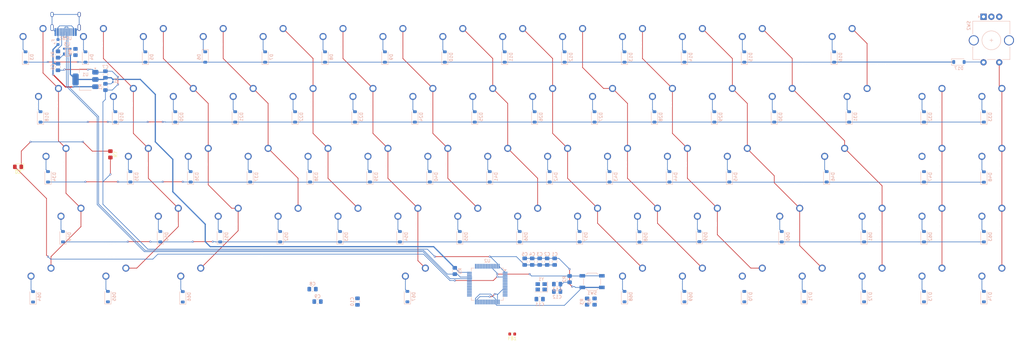
<source format=kicad_pcb>
(kicad_pcb (version 20240108) (generator "pcbnew") (generator_version "8.0")
  (layers (0 "F.Cu" signal) (31 "B.Cu" signal) (34 "B.Paste" user) (35 "F.Paste" user) (36 "B.SilkS" user "B.Silkscreen") (37 "F.SilkS" user "F.Silkscreen") (38 "B.Mask" user) (39 "F.Mask" user) (44 "Edge.Cuts" user))
  (net 0 "")
  (net 1 "VBUS")
  (net 2 "GND")
  (net 3 "+3.3V")
  (net 4 "+3.3VA")
  (net 5 "Net-(U2-NRST)")
  (net 6 "Net-(D1-K)")
  (net 7 "PC15")
  (net 8 "ROT_ENC_ROW")
  (net 9 "Net-(D3-A)")
  (net 10 "Net-(D4-A)")
  (net 11 "Net-(D5-A)")
  (net 12 "Net-(D7-A)")
  (net 13 "Net-(D8-A)")
  (net 14 "Net-(D9-A)")
  (net 15 "Net-(D10-A)")
  (net 16 "Net-(D11-A)")
  (net 17 "Net-(D12-A)")
  (net 18 "Net-(D13-A)")
  (net 19 "Net-(D14-A)")
  (net 20 "Net-(D15-A)")
  (net 21 "Net-(D16-A)")
  (net 22 "Net-(D18-A)")
  (net 23 "row1")
  (net 24 "Net-(D19-A)")
  (net 25 "Net-(D20-A)")
  (net 26 "Net-(D21-A)")
  (net 27 "Net-(D22-A)")
  (net 28 "Net-(D23-A)")
  (net 29 "Net-(D24-A)")
  (net 30 "Net-(D25-A)")
  (net 31 "Net-(D26-A)")
  (net 32 "Net-(D27-A)")
  (net 33 "Net-(D28-A)")
  (net 34 "Net-(D29-A)")
  (net 35 "Net-(D30-A)")
  (net 36 "Net-(D31-A)")
  (net 37 "Net-(D32-A)")
  (net 38 "Net-(D33-A)")
  (net 39 "row2")
  (net 40 "Net-(D34-A)")
  (net 41 "Net-(D35-A)")
  (net 42 "Net-(D36-A)")
  (net 43 "Net-(D37-A)")
  (net 44 "Net-(D38-A)")
  (net 45 "Net-(D39-A)")
  (net 46 "Net-(D40-A)")
  (net 47 "Net-(D41-A)")
  (net 48 "Net-(D42-A)")
  (net 49 "Net-(D43-A)")
  (net 50 "Net-(D44-A)")
  (net 51 "Net-(D45-A)")
  (net 52 "Net-(D46-A)")
  (net 53 "Net-(D47-A)")
  (net 54 "Net-(D48-A)")
  (net 55 "row3")
  (net 56 "Net-(D49-A)")
  (net 57 "Net-(D50-A)")
  (net 58 "Net-(D51-A)")
  (net 59 "Net-(D52-A)")
  (net 60 "Net-(D53-A)")
  (net 61 "Net-(D54-A)")
  (net 62 "Net-(D55-A)")
  (net 63 "Net-(D56-A)")
  (net 64 "Net-(D57-A)")
  (net 65 "Net-(D58-A)")
  (net 66 "Net-(D59-A)")
  (net 67 "Net-(D60-A)")
  (net 68 "Net-(D61-A)")
  (net 69 "Net-(D62-A)")
  (net 70 "row4")
  (net 71 "Net-(D63-A)")
  (net 72 "Net-(D64-A)")
  (net 73 "Net-(D65-A)")
  (net 74 "Net-(D66-A)")
  (net 75 "Net-(D67-A)")
  (net 76 "Net-(D68-A)")
  (net 77 "Net-(D69-A)")
  (net 78 "Net-(D70-A)")
  (net 79 "Net-(D71-A)")
  (net 80 "Net-(D72-A)")
  (net 81 "Net-(D73-A)")
  (net 82 "Net-(F1-Pad1)")
  (net 83 "BOOT0")
  (net 84 "D+")
  (net 85 "/USB CC2")
  (net 86 "ROT_ENC_COL")
  (net 87 "col0")
  (net 88 "col1")
  (net 89 "col2")
  (net 90 "col3")
  (net 91 "col4")
  (net 92 "col5")
  (net 93 "col6")
  (net 94 "col7")
  (net 95 "col8")
  (net 96 "col9")
  (net 97 "col10")
  (net 98 "col11")
  (net 99 "col12")
  (net 100 "col13")
  (net 101 "col14")
  (net 102 "D-")
  (net 103 "Net-(D2-K)")
  (net 104 "row0")
  (net 105 "Net-(R2-Pad2)")
  (net 106 "ROT_ENC_A")
  (net 107 "ROT_ENC_B")
  (net 156 "Net-(D6-K)")
  (net 157 "Net-(D74-A)")
  (net 158 "/USB CC1")
  (net 159 "XTAL_IN")
  (net 160 "XTAL_OUT")
  (footprint "MX_Only:MXOnly-1U-NoLED" (layer "F.Cu") (at 108.74375 100.0125)
    (property "Reference" "SW36")
    (property "Value" "D")
  )
  (footprint "MX_Only:MXOnly-1U-NoLED" (layer "F.Cu") (at 227.80625 61.9125)
    (property "Reference" "SW13")
    (property "Value" ") 0")
  )
  (footprint "MX_Only:MXOnly-1U-NoLED" (layer "F.Cu") (at 165.89375 100.0125)
    (property "Reference" "SW39")
    (property "Value" "H")
  )
  (footprint "MX_Only:MXOnly-2.25U-NoLED" (layer "F.Cu") (at 49.2125 119.0625)
    (property "Reference" "SW48")
    (property "Value" "left Shift")
  )
  (footprint "MX_Only:MXOnly-1.75U-NoLED" (layer "F.Cu") (at 44.45 100.0125)
    (property "Reference" "SW33")
    (property "Value" "Caps Lock")
  )
  (footprint "MX_Only:MXOnly-1U-NoLED" (layer "F.Cu") (at 142.08125 80.9625)
    (property "Reference" "SW22")
    (property "Value" "T")
  )
  (footprint "MX_Only:MXOnly-1U-NoLED" (layer "F.Cu") (at 246.85625 61.9125)
    (property "Reference" "SW14")
    (property "Value" "_ -")
  )
  (footprint "MX_Only:MXOnly-1U-NoLED" (layer "F.Cu") (at 284.95625 138.1125)
    (property "Reference" "SW70")
    (property "Value" "left arrow")
  )
  (footprint "MX_Only:MXOnly-1U-NoLED" (layer "F.Cu") (at 323.05625 119.0625)
    (property "Reference" "SW61")
    (property "Value" "Pause ScrLk")
  )
  (footprint "Inductor_SMD:L_0603_1608Metric" (layer "F.Cu") (at 188.91875 153.9875 180)
    (property "Reference" "FB1")
    (property "Value" "120R")
  )
  (footprint "MX_Only:MXOnly-6.25U-NoLED" (layer "F.Cu") (at 158.75 138.1125)
    (property "Reference" "SW66")
    (property "Value" "Space bar")
  )
  (footprint "MX_Only:MXOnly-1U-NoLED" (layer "F.Cu") (at 199.23125 80.9625)
    (property "Reference" "SW25")
    (property "Value" "I")
  )
  (footprint "MX_Only:MXOnly-1U-NoLED" (layer "F.Cu") (at 275.43125 80.9625)
    (property "Reference" "SW29")
    (property "Value" "]")
  )
  (footprint "MX_Only:MXOnly-1U-NoLED" (layer "F.Cu") (at 213.51875 119.0625)
    (property "Reference" "SW56")
    (property "Value" ",")
  )
  (footprint "MX_Only:MXOnly-1.25U-NoLED" (layer "F.Cu") (at 39.6875 138.1125)
    (property "Reference" "SW63")
    (property "Value" "Ctrl")
  )
  (footprint "MX_Only:MXOnly-1U-NoLED" (layer "F.Cu") (at 146.84375 100.0125)
    (property "Reference" "SW38")
    (property "Value" "G")
  )
  (footprint "MX_Only:MXOnly-1U-NoLED" (layer "F.Cu") (at 170.65625 61.9125)
    (property "Reference" "SW10")
    (property "Value" "& 7")
  )
  (footprint "MX_Only:MXOnly-1U-NoLED" (layer "F.Cu") (at 227.80625 138.1125)
    (property "Reference" "SW67")
    (property "Value" "Alt")
  )
  (footprint "MX_Only:MXOnly-1U-NoLED" (layer "F.Cu") (at 232.56875 119.0625)
    (property "Reference" "SW57")
    (property "Value" ".")
  )
  (footprint "MX_Only:MXOnly-1U-NoLED" (layer "F.Cu") (at 342.10625 119.0625)
    (property "Reference" "SW62")
    (property "Value" "Page Down")
  )
  (footprint "MX_Only:MXOnly-1U-NoLED" (layer "F.Cu") (at 265.90625 61.9125)
    (property "Reference" "SW15")
    (property "Value" "+ =")
  )
  (footprint "MX_Only:MXOnly-1U-NoLED" (layer "F.Cu") (at 84.93125 80.9625)
    (property "Reference" "SW19")
    (property "Value" "W")
  )
  (footprint "MX_Only:MXOnly-1U-NoLED" (layer "F.Cu") (at 208.75625 61.9125)
    (property "Reference" "SW12")
    (property "Value" "( 9")
  )
  (footprint "MX_Only:MXOnly-1U-NoLED" (layer "F.Cu") (at 261.14375 100.0125)
    (property "Reference" "SW44")
    (property "Value" ":")
  )
  (footprint "MX_Only:MXOnly-1U-NoLED" (layer "F.Cu") (at 175.41875 119.0625)
    (property "Reference" "SW54")
    (property "Value" "N")
  )
  (footprint "MX_Only:MXOnly-1U-NoLED" (layer "F.Cu") (at 256.38125 80.9625)
    (property "Reference" "SW28")
    (property "Value" "[")
  )
  (footprint "MX_Only:MXOnly-1U-NoLED" (layer "F.Cu") (at 323.05625 100.0125)
    (property "Reference" "SW46")
    (property "Value" "PrtSc NmLk")
  )
  (footprint "MX_Only:MXOnly-1U-NoLED" (layer "F.Cu") (at 80.16875 119.0625)
    (property "Reference" "SW49")
    (property "Value" "Z")
  )
  (footprint "MX_Only:MXOnly-2U-NoLED" (layer "F.Cu") (at 294.48125 61.9125)
    (property "Reference" "SW16")
    (property "Value" "Backspace")
  )
  (footprint "MX_Only:MXOnly-1U-NoLED" (layer "F.Cu") (at 251.61875 119.0625)
    (property "Reference" "SW58")
    (property "Value" "/")
  )
  (footprint "MX_Only:MXOnly-1U-NoLED" (layer "F.Cu") (at 304.00625 138.1125)
    (property "Reference" "SW71")
    (property "Value" "down arrow")
  )
  (footprint "MX_Only:MXOnly-1U-NoLED" (layer "F.Cu") (at 180.18125 80.9625)
    (property "Reference" "SW24")
    (property "Value" "U")
  )
  (footprint "MX_Only:MXOnly-1U-NoLED" (layer "F.Cu") (at 113.50625 61.9125)
    (property "Reference" "SW7")
    (property "Value" "$ 4")
  )
  (footprint "MX_Only:MXOnly-1.75U-NoLED" (layer "F.Cu") (at 277.8125 119.0625)
    (property "Reference" "SW59")
    (property "Value" "right shift")
  )
  (footprint "MX_Only:MXOnly-1U-NoLED" (layer "F.Cu") (at 37.1475 61.9125)
    (property "Reference" "SW3")
    (property "Value" "ESC")
  )
  (footprint "MX_Only:MXOnly-1U-NoLED" (layer "F.Cu") (at 132.55625 61.9125)
    (property "Reference" "SW8")
    (property "Value" "% 5")
  )
  (footprint "MX_Only:MXOnly-1U-NoLED" (layer "F.Cu") (at 94.45625 61.9125)
    (property "Reference" "SW6")
    (property "Value" "# 3")
  )
  (footprint "MX_Only:MXOnly-1U-NoLED" (layer "F.Cu") (at 203.99375 100.0125)
    (property "Reference" "SW41")
    (property "Value" "K")
  )
  (footprint "MX_Only:MXOnly-1U-NoLED" (layer "F.Cu") (at 118.26875 119.0625)
    (property "Reference" "SW51")
    (property "Value" "C")
  )
  (footprint "MX_Only:MXOnly-1.25U-NoLED" (layer "F.Cu") (at 63.5 138.1125)
    (property "Reference" "SW64")
    (property "Value" "Win")
  )
  (footprint "MX_Only:MXOnly-1U-NoLED" (layer "F.Cu") (at 89.69375 100.0125)
    (property "Reference" "SW35")
    (property "Value" "S")
  )
  (footprint "MX_Only:MXOnly-1U-NoLED" (layer "F.Cu") (at 103.98125 80.9625)
    (property "Reference" "SW20")
    (property "Value" "E")
  )
  (footprint "MX_Only:MXOnly-1U-NoLED" (layer "F.Cu") (at 156.36875 119.0625)
    (property "Reference" "SW53")
    (property "Value" "B")
  )
  (footprint "MX_Only:MXOnly-1U-NoLED" (layer "F.Cu") (at 56.35625 61.9125)
    (property "Reference" "SW4")
    (property "Value" "! 1")
  )
  (footprint "MX_Only:MXOnly-1U-NoLED" (layer "F.Cu") (at 304.00625 119.0625)
    (property "Reference" "SW60")
    (property "Value" "up arrow")
  )
  (footprint "MX_Only:MXOnly-1U-NoLED" (layer "F.Cu") (at 223.04375 100.0125)
    (property "Reference" "SW42")
    (property "Value" "L")
  )
  (footprint "MX_Only:MXOnly-1U-NoLED" (layer "F.Cu") (at 127.79375 100.0125)
    (property "Reference" "SW37")
    (property "Value" "F")
  )
  (footprint "MX_Only:MXOnly-2.25U-NoLED" (layer "F.Cu") (at 292.1 100.0125)
    (property "Reference" "SW45")
    (property "Value" "Enter")
  )
  (footprint "MX_Only:MXOnly-1U-NoLED" (layer "F.Cu") (at 137.31875 119.0625)
    (property "Reference" "SW52")
    (property "Value" "V")
  )
  (footprint "MX_Only:MXOnly-1.25U-NoLED" (layer "F.Cu") (at 87.3125 138.1125)
    (property "Reference" "SW65")
    (property "Value" "Alt")
  )
  (footprint "MX_Only:MXOnly-1U-NoLED" (layer "F.Cu") (at 70.64375 100.0125)
    (property "Reference" "SW34")
    (property "Value" "A")
  )
  (footprint "Resistor_SMD:R_0805_2012Metric_Pad1.20x1.40mm_HandSolder" (layer "F.Cu") (at 61.11875 96.8375 -90)
    (property "Reference" "R7")
    (property "Value" "5.1k")
  )
  (footprint "MX_Only:MXOnly-1U-NoLED" (layer "F.Cu") (at 123.03125 80.9625)
    (property "Reference" "SW21")
    (property "Value" "R")
  )
  (footprint "MX_Only:MXOnly-1U-NoLED" (layer "F.Cu") (at 194.46875 119.0625)
    (property "Reference" "SW55")
    (property "Value" "M")
  )
  (footprint "MX_Only:MXOnly-1U-NoLED" (layer "F.Cu") (at 75.40625 61.9125)
    (property "Reference" "SW5")
    (property "Value" "@ 2")
  )
  (footprint "MX_Only:MXOnly-1U-NoLED" (layer "F.Cu") (at 65.88125 80.9625)
    (property "Reference" "SW18")
    (property "Value" "Q")
  )
  (footprint "MX_Only:MXOnly-1.5U-NoLED" (layer "F.Cu") (at 42.06875 80.9625)
    (property "Reference" "SW17")
    (property "Value" "Tab")
  )
  (footprint "MX_Only:MXOnly-1U-NoLED" (layer "F.Cu") (at 342.10625 100.0125)
    (property "Reference" "SW47")
    (property "Value" "Page Up")
  )
  (footprint "MX_Only:MXOnly-1U-NoLED" (layer "F.Cu") (at 99.21875 119.0625)
    (property "Reference" "SW50")
    (property "Value" "X")
  )
  (footprint "MX_Only:MXOnly-1U-NoLED" (layer "F.Cu") (at 265.90625 138.1125)
    (property "Reference" "SW69")
    (property "Value" "right Ctrl")
  )
  (footprint "MX_Only:MXOnly-1.5U-NoLED" (layer "F.Cu") (at 299.24375 80.9625)
    (property "Reference" "SW30")
    (property "Value" "\\")
  )
  (footprint "MX_Only:MXOnly-1U-NoLED" (layer "F.Cu") (at 184.94375 100.0125)
    (property "Reference" "SW40")
    (property "Value" "J")
  )
  (footprint "MX_Only:MXOnly-1U-NoLED" (layer "F.Cu") (at 323.05625 138.1125)
    (property "Reference" "SW72")
    (property "Value" "right arrow")
  )
  (footprint "MX_Only:MXOnly-1U-NoLED" (layer "F.Cu") (at 161.13125 80.9625)
    (property "Reference" "SW23")
    (property "Value" "Y")
  )
  (footprint "MX_Only:MXOnly-1U-NoLED" (layer "F.Cu") (at 189.70625 61.9125)
    (property "Reference" "SW11")
    (property "Value" "* 8")
  )
  (footprint "MX_Only:MXOnly-1U-NoLED" (layer "F.Cu") (at 342.10625 80.9625)
    (property "Reference" "SW32")
    (property "Value" "Home")
  )
  (footprint "LED_SMD:LED_0805_2012Metric_Pad1.15x1.40mm_HandSolder" (layer "F.Cu") (at 31.75 100.80625 180)
    (property "Reference" "D2")
    (property "Value" "Caps Lock LED")
  )
  (footprint "MX_Only:MXOnly-1U-NoLED" (layer "F.Cu") (at 151.60625 61.9125)
    (property "Reference" "SW9")
    (property "Value" "^ 6")
  )
  (footprint "MX_Only:MXOnly-1U-NoLED" (layer "F.Cu") (at 242.09375 100.0125)
    (property "Reference" "SW43")
    (property "Value" ":")
  )
  (footprint "MX_Only:MXOnly-1U-NoLED" (layer "F.Cu") (at 246.85625 138.1125)
    (property "Reference" "SW68")
    (property "Value" "Fn")
  )
  (footprint "MX_Only:MXOnly-1U-NoLED" (layer "F.Cu") (at 323.05625 80.9625)
    (property "Reference" "SW31")
    (property "Value" "Delete Insert")
  )
  (footprint "MX_Only:MXOnly-1U-NoLED" (layer "F.Cu") (at 237.33125 80.9625)
    (property "Reference" "SW27")
    (property "Value" "P")
  )
  (footprint "MX_Only:MXOnly-1U-NoLED" (layer "F.Cu") (at 342.10625 138.1125)
    (property "Reference" "SW73")
    (property "Value" "End")
  )
  (footprint "MX_Only:MXOnly-1U-NoLED" (layer "F.Cu") (at 218.28125 80.9625)
    (property "Reference" "SW26")
    (property "Value" "O")
  )
  (footprint "Diode_SMD:D_SOD-123" (layer "B.Cu") (at 134.14375 123.03125 90)
    (property "Reference" "D53")
    (property "Value" "D")
  )
  (footprint "Capacitor_SMD:C_0805_2012Metric_Pad1.18x1.45mm_HandSolder" (layer "B.Cu") (at 192.88125 130.96875 -90)
    (property "Reference" "C5")
    (property "Value" "100nF")
  )
  (footprint "Diode_SMD:D_SOD-123" (layer "B.Cu") (at 229.39375 123.09375 90)
    (property "Reference" "D58")
    (property "Value" "D")
  )
  (footprint "Diode_SMD:D_SOD-123" (layer "B.Cu") (at 338.93125 84.93125 90)
    (property "Reference" "D33")
    (property "Value" "D")
  )
  (footprint "Diode_SMD:D_SOD-123" (layer "B.Cu") (at 84.1375 142.14375 90)
    (property "Reference" "D66")
    (property "Value" "D")
  )
  (footprint "Diode_SMD:D_SOD-123" (layer "B.Cu") (at 41.275 103.98125 90)
    (property "Reference" "D34")
    (property "Value" "D")
  )
  (footprint "Diode_SMD:D_SOD-123" (layer "B.Cu") (at 60.325 142.08125 90)
    (property "Reference" "D65")
    (property "Value" "D")
  )
  (footprint "Diode_SMD:D_SOD-123" (layer "B.Cu") (at 274.6375 123.03125 90)
    (property "Reference" "D60")
    (property "Value" "D")
  )
  (footprint "Diode_SMD:D_SOD-123" (layer "B.Cu") (at 167.48125 65.88125 90)
    (property "Reference" "D10")
    (property "Value" "D")
  )
  (footprint "Resistor_SMD:R_0805_2012Metric_Pad1.20x1.40mm_HandSolder" (layer "B.Cu") (at 50.00625 64.29375 -90)
    (property "Reference" "R6")
    (property "Value" "5.1k")
  )
  (footprint "Diode_SMD:D_SOD-123" (layer "B.Cu") (at 243.68125 142.08125 90)
    (property "Reference" "D69")
    (property "Value" "D")
  )
  (footprint "Resistor_SMD:R_0805_2012Metric_Pad1.20x1.40mm_HandSolder" (layer "B.Cu") (at 215.10625 143.66875 -90)
    (property "Reference" "R2")
    (property "Value" "5.1k")
  )
  (footprint "LED_SMD:LED_0201_0603Metric_Pad0.64x0.40mm_HandSolder" (layer "B.Cu") (at 61.9125 73.41125 90)
    (property "Reference" "D1")
    (property "Value" "Power LED")
  )
  (footprint "Resistor_SMD:R_0805_2012Metric_Pad1.20x1.40mm_HandSolder" (layer "B.Cu") (at 59.53125 75.40625 -90)
    (property "Reference" "R1")
    (property "Value" "1.5k")
  )
  (footprint "Diode_SMD:D_SOD-123" (layer "B.Cu") (at 100.80625 84.93125 90)
    (property "Reference" "D21")
    (property "Value" "D")
  )
  (footprint "Resistor_SMD:R_0805_2012Metric_Pad1.20x1.40mm_HandSolder" (layer "B.Cu") (at 170.65625 133.9375 90)
    (property "Reference" "R5")
    (property "Value" "1.5k")
  )
  (footprint "Capacitor_SMD:C_0805_2012Metric_Pad1.18x1.45mm_HandSolder" (layer "B.Cu") (at 197.64375 130.96875 -90)
    (property "Reference" "C3")
    (property "Value" "100nF")
  )
  (footprint "Diode_SMD:D_SOD-123" (layer "B.Cu") (at 38.89375 84.93125 90)
    (property "Reference" "D18")
    (property "Value" "D")
  )
  (footprint "Capacitor_SMD:C_0805_2012Metric_Pad1.18x1.45mm_HandSolder" (layer "B.Cu") (at 197.64375 142.875)
    (property "Reference" "C11")
    (property "Value" "100nF")
  )
  (footprint "Diode_SMD:D_SOD-123" (layer "B.Cu") (at 319.88125 123.03125 90)
    (property "Reference" "D62")
    (property "Value" "D")
  )
  (footprint "Diode_SMD:D_SOD-123" (layer "B.Cu") (at 288.925 103.98125 90)
    (property "Reference" "D46")
    (property "Value" "D")
  )
  (footprint "Package_TO_SOT_SMD:SOT-223-3_TabPin2" (layer "B.Cu") (at 53.18125 73.025 180)
    (property "Reference" "U1")
    (property "Value" "AMS1117")
  )
  (footprint "Diode_SMD:D_SOD-123" (layer "B.Cu") (at 196.05625 84.93125 90)
    (property "Reference" "D26")
    (property "Value" "D")
  )
  (footprint "Capacitor_SMD:C_0805_2012Metric_Pad1.18x1.45mm_HandSolder" (layer "B.Cu") (at 195.2625 130.96875 -90)
    (property "Reference" "C4")
    (property "Value" "100nF")
  )
  (footprint "Diode_SMD:D_SOD-123" (layer "B.Cu") (at 224.63125 65.88125 90)
    (property "Reference" "D13")
    (property "Value" "D")
  )
  (footprint "Capacitor_SMD:C_0805_2012Metric_Pad1.18x1.45mm_HandSolder" (layer "B.Cu") (at 127 143.66875 180)
    (property "Reference" "C9")
    (property "Value" "1uF")
  )
  (footprint "Diode_SMD:D_SOD-123" (layer "B.Cu") (at 243.68125 65.88125 90)
    (property "Reference" "D14")
    (property "Value" "D")
  )
  (footprint "Diode_SMD:D_SOD-123" (layer "B.Cu") (at 110.33125 65.88125 90)
    (property "Reference" "D7")
    (property "Value" "D")
  )
  (footprint "Diode_SMD:D_SOD-123" (layer "B.Cu") (at 319.88125 84.93125 90)
    (property "Reference" "D32")
    (property "Value" "D")
  )
  (footprint "Button_Switch_SMD:SW_SPST_SKQG_WithStem" (layer "B.Cu") (at 214.3125 137.31875)
    (property "Reference" "SW1")
    (property "Value" "SW_Push")
  )
  (footprint "Diode_SMD:D_SOD-123" (layer "B.Cu") (at 143.66875 103.98125 90)
    (property "Reference" "D39")
    (property "Value" "D")
  )
  (footprint "Diode_SMD:D_SOD-123" (layer "B.Cu") (at 46.0375 123.03125 90)
    (property "Reference" "D49")
    (property "Value" "D")
  )
  (footprint "Diode_SMD:D_SOD-123" (layer "B.Cu") (at 67.46875 103.98125 90)
    (property "Reference" "D35")
    (property "Value" "D")
  )
  (footprint "Diode_SMD:D_SOD-123" (layer "B.Cu") (at 257.96875 103.98125 90)
    (property "Reference" "D45")
    (property "Value" "D")
  )
  (footprint "Diode_SMD:D_SOD-123" (layer "B.Cu") (at 119.85625 84.93125 90)
    (property "Reference" "D22")
    (property "Value" "D")
  )
  (footprint "Inductor_SMD:L_0603_1608Metric" (layer "B.Cu") (at 44.45 61.11875 -90)
    (property "Reference" "F1")
    (property "Value" "Polyfuse_Small")
  )
  (footprint "Capacitor_SMD:C_0805_2012Metric_Pad1.18x1.45mm_HandSolder" (layer "B.Cu") (at 59.53125 71.4375 90)
    (property "Reference" "C7")
    (property "Value" "22uF")
  )
  (footprint "Diode_SMD:D_SOD-123" (layer "B.Cu") (at 210.34375 123.03125 90)
    (property "Reference" "D57")
    (property "Value" "D")
  )
  (footprint "Capacitor_SMD:C_0805_2012Metric_Pad1.18x1.45mm_HandSolder" (layer "B.Cu") (at 203.2 140.49375)
    (property "Reference" "C12")
    (property "Value" "10pF")
  )
  (footprint "Capacitor_SMD:C_0805_2012Metric_Pad1.18x1.45mm_HandSolder" (layer "B.Cu") (at 44.45 69.05625 -90)
    (property "Reference" "C6")
    (property "Value" "22uF")
  )
  (footprint "Diode_SMD:D_SOD-123" (layer "B.Cu") (at 224.63125 142.08125 90)
    (property "Reference" "D68")
    (property "Value" "D")
  )
  (footprint "Package_QFP:LQFP-64_10x10mm_P0.5mm" (layer "B.Cu") (at 180.975 138.1125 180)
    (property "Reference" "U2")
    (property "Value" "STM32F303RETx")
  )
  (footprint "Diode_SMD:D_SOD-123" (layer "B.Cu") (at 115.09375 123.03125 90)
    (property "Reference" "D52")
    (property "Value" "D")
  )
  (footprint "Diode_SMD:D_SOD-123" (layer "B.Cu") (at 330.99375 67.46875)
    (property "Reference" "D17")
    (property "Value" "D")
  )
  (footprint "Resistor_SMD:R_0805_2012Metric_Pad1.20x1.40mm_HandSolder" (layer "B.Cu") (at 212.725 143.66875 -90)
    (property "Reference" "R3")
    (property "Value" "5.1k")
  )
  (footprint "Diode_SMD:D_SOD-123" (layer "B.Cu") (at 155.575 142.08125 90)
    (property "Reference" "D67")
    (property "Value" "D")
  )
  (footprint "Diode_SMD:D_SOD-123" (layer "B.Cu") (at 319.88125 103.98125 90)
    (property "Reference" "D47")
    (property "Value" "D")
  )
  (footprint "Capacitor_SMD:C_0805_2012Metric_Pad1.18x1.45mm_HandSolder" (layer "B.Cu") (at 139.7 143.66875 -90)
    (property "Reference" "C10")
    (property "Value" "1uF")
  )
  (footprint "Diode_SMD:D_SOD-123" (layer "B.Cu") (at 62.70625 84.93125 90)
    (property "Reference" "D19")
    (property "Value" "D")
  )
  (footprint "Type-C:HRO-TYPE-C-31-M-12-HandSoldering" (layer "B.Cu") (at 46.875 49.74875)
    (property "Reference" "USB1")
    (property "Value" "HRO-TYPE-C-31-M-12")
  )
  (footprint "Diode_SMD:D_SOD-123" (layer "B.Cu") (at 262.73125 142.08125 90)
    (property "Reference" "D70")
    (property "Value" "D")
  )
  (footprint "Diode_SMD:D_SOD-123" (layer "B.Cu") (at 81.75625 84.93125 90)
    (property "Reference" "D20")
    (property "Value" "D")
  )
  (footprint "Diode_SMD:D_SOD-123" (layer "B.Cu") (at 205.58125 65.88125 90)
    (property "Reference" "D12")
    (property "Value" "D")
  )
  (footprint "Diode_SMD:D_SOD-123" (layer "B.Cu") (at 186.53125 65.88125 90)
    (property "Reference" "D11")
    (property "Value" "D")
  )
  (footprint "Diode_SMD:D_SOD-123" (layer "B.Cu") (at 172.24375 123.03125 90)
    (property "Reference" "D55")
    (property "Value" "D")
  )
  (footprint "Diode_SMD:D_SOD-123" (layer "B.Cu") (at 157.95625 84.93125 90)
    (property "Reference" "D24")
    (property "Value" "D")
  )
  (footprint "Diode_SMD:D_SOD-123" (layer "B.Cu") (at 338.93125 142.08125 90)
    (property "Reference" "D74")
    (property "Value" "D")
  )
  (footprint "Diode_SMD:D_SOD-123" (layer "B.Cu") (at 272.25625 84.93125 90)
    (property "Reference" "D30")
    (property "Value" "D")
  )
  (footprint "Diode_SMD:D_SOD-123" (layer "B.Cu") (at 200.81875 103.98125 90)
    (property "Reference" "D42")
    (property "Value" "D")
  )
  (footprint "Diode_SMD:D_SOD-123" (layer "B.Cu") (at 153.19375 123.03125 90)
    (property "Reference" "D54")
    (property "Value" "D")
  )
  (footprint "Diode_SMD:D_SOD-123" (layer "B.Cu") (at 148.43125 65.88125 90)
    (property "Reference" "D9")
    (property "Value" "D")
  )
  (footprint "Diode_SMD:D_SOD-123" (layer "B.Cu") (at 300.83125 142.08125 90)
    (property "Reference" "D72")
    (property "Value" "D")
  )
  (footprint "random-keyboard-parts:SOT143B" (layer "B.Cu") (at 47.39 64.19)
    (property "Reference" "U3")
    (property "Value" "PRTR5V0U2X")
  )
  (footprint "Diode_SMD:D_SOD-123" (layer "B.Cu") (at 53.18125 65.88125 90)
    (property "Reference" "D4")
    (property "Value" "D")
  )
  (footprint "Diode_SMD:D_SOD-123" (layer "B.Cu") (at 191.29375 123.03125 90)
    (property "Reference" "D56")
    (property "Value" "D")
  )
  (footprint "Diode_SMD:D_SOD-123" (layer "B.Cu") (at 124.61875 103.98125 90)
    (property "Reference" "D38")
    (property "Value" "D")
  )
  (footprint "Diode_SMD:D_SOD-123" (layer "B.Cu") (at 91.28125 65.88125 -90)
    (property "Reference" "D6")
    (property "Value" "D")
  )
  (footprint "Diode_SMD:D_SOD-123" (layer "B.Cu") (at 177.00625 84.93125 90)
    (property "Reference" "D25")
    (property "Value" "D")
  )
  (footprint "Diode_SMD:D_SOD-123" (layer "B.Cu") (at 96.04375 123.03125 90)
    (property "Reference" "D51")
    (property "Value" "D")
  )
  (footprint "Diode_SMD:D_SOD-123" (layer "B.Cu") (at 162.71875 103.98125 90)
    (property "Reference" "D40")
    (property "Value" "D")
  )
  (footprint "Diode_SMD:D_SOD-123" (layer "B.Cu") (at 105.56875 103.98125 90)
    (property "Reference" "D37")
    (property "Value" "D")
  )
  (footprint "Diode_SMD:D_SOD-123" (layer "B.Cu") (at 338.93125 123.03125 90)
    (property "Reference" "D63")
    (property "Value" "D")
  )
  (footprint "Diode_SMD:D_SOD-123" (layer "B.Cu") (at 129.38125 65.88125 90)
    (property "Reference" "D8")
    (property "Value" "D")
  )
  (footprint "Resistor_SMD:R_0805_2012Metric_Pad1.20x1.40mm_HandSolder" (layer "B.Cu") (at 207.16875 136.525 -90)
    (property "Reference" "R2")
    (property "Value" "10k")
  )
  (footprint "Diode_SMD:D_SOD-123" (layer "B.Cu") (at 296.06875 84.93125 90)
    (property "Reference" "D31")
    (property "Value" "D")
  )
  (footprint "Diode_SMD:D_SOD-123" (layer "B.Cu") (at 262.73125 65.88125 90)
    (property "Reference" "D15")
    (property "Value" "D")
  )
  (footprint "Diode_SMD:D_SOD-123" (layer "B.Cu") (at 72.23125 65.88125 90)
    (property "Reference" "D5")
    (property "Value" "D")
  )
  (footprint "Diode_SMD:D_SOD-123" (layer "B.Cu") (at 253.20625 84.93125 90)
    (property "Reference" "D29")
    (property "Value" "D")
  )
  (footprint "Diode_SMD:D_SOD-123" (layer "B.Cu") (at 219.86875 103.98125 90)
    (property "Reference" "D43")
    (property "Value" "D")
  )
  (footprint "Diode_SMD:D_SOD-123" (layer "B.Cu") (at 215.10625 84.93125 90)
    (property "Reference" "D27")
    (property "Value" "D")
  )
  (footprint "Resistor_SMD:R_0805_2012Metric_Pad1.20x1.40mm_HandSolder" (layer "B.Cu") (at 44.45 65.0875 -90)
    (property "Reference" "R4")
    (property "Value" "5.1k")
  )
  (footprint "Diode_SMD:D_SOD-123" (layer "B.Cu") (at 36.5125 142.14375 90)
    (property "Reference" "D64")
    (property "Value" "D")
  )
  (footprint "Diode_SMD:D_SOD-123" (layer "B.Cu") (at 34.13125 65.88125 90)
    (property "Reference" "D3")
    (property "Value" "D")
  )
  (footprint "Diode_SMD:D_SOD-123" (layer "B.Cu") (at 76.99375 123.03125 90)
    (property "Reference" "D50")
    (property "Value" "D")
  )
  (footprint "Diode_SMD:D_SOD-123" (layer "B.Cu") (at 238.91875 103.98125 90)
    (property "Reference" "D44")
    (property "Value" "D")
  )
  (footprint "Crystal:Crystal_SMD_3225-4Pin_3.2x2.5mm" (layer "B.Cu") (at 198.13125 138.9625 180)
    (property "Reference" "Y1")
    (property "Value" "16MHz")
  )
  (footprint "Diode_SMD:D_SOD-123" (layer "B.Cu") (at 338.93125 104.04375 90)
    (property "Reference" "D48")
    (property "Value" "D")
  )
  (footprint "Diode_SMD:D_SOD-123" (layer "B.Cu") (at 300.83125 123.03125 90)
    (property "Reference" "D61")
    (property "Value" "D")
  )
  (footprint "Rotary_Encoder:RotaryEncoder_Alps_EC11E-Switch_Vertical_H20mm_CircularMountingHoles" (layer "B.Cu") (at 338.8125 53.075 -90)
    (property "Reference" "SW2")
    (property "Value" "RotaryEncoder_Switch")
  )
  (footprint "Capacitor_SMD:C_0805_2012Metric_Pad1.18x1.45mm_HandSolder" (layer "B.Cu") (at 202.40625 130.96875 -90)
    (property "Reference" "C1")
    (property "Value" "4.7uF")
  )
  (footprint "Capacitor_SMD:C_0805_2012Metric_Pad1.18x1.45mm_HandSolder" (layer "B.Cu") (at 200.025 130.96875 -90)
    (property "Reference" "C2")
    (property "Value" "100nF")
  )
  (footprint "Capacitor_SMD:C_0805_2012Metric_Pad1.18x1.45mm_HandSolder" (layer "B.Cu") (at 125.4125 139.7 180)
    (property "Reference" "C8")
    (property "Value" "10nF")
  )
  (footprint "Diode_SMD:D_SOD-123" (layer "B.Cu") (at 248.44375 122.96875 90)
    (property "Reference" "D59")
    (property "Value" "D")
  )
  (footprint "Diode_SMD:D_SOD-123" (layer "B.Cu") (at 138.90625 84.93125 90)
    (property "Reference" "D23")
    (property "Value" "D")
  )
  (footprint "Diode_SMD:D_SOD-123" (layer "B.Cu") (at 291.30625 65.88125 90)
    (property "Reference" "D16")
    (property "Value" "D")
  )
  (footprint "Diode_SMD:D_SOD-123" (layer "B.Cu") (at 319.88125 142.08125 90)
    (property "Reference" "D73")
    (property "Value" "D")
  )
  (footprint "Diode_SMD:D_SOD-123" (layer "B.Cu") (at 234.15625 84.93125 90)
    (property "Reference" "D28")
    (property "Value" "D")
  )
  (footprint "Diode_SMD:D_SOD-123" (layer "B.Cu") (at 181.76875 103.98125 90)
    (property "Reference" "D41")
    (property "Value" "D")
  )
  (footprint "Diode_SMD:D_SOD-123" (layer "B.Cu") (at 281.78125 142.08125 90)
    (property "Reference" "D71")
    (property "Value" "D")
  )
  (footprint "Capacitor_SMD:C_0805_2012Metric_Pad1.18x1.45mm_HandSolder" (layer "B.Cu") (at 203.2 138.1125)
    (property "Reference" "C13")
    (property "Value" "10pF")
  )
  (footprint "Diode_SMD:D_SOD-123" (layer "B.Cu") (at 86.63 103.98125 90)
    (property "Reference" "D36")
    (property "Value" "D")
  )
  (segment (start 49.2125 75.40625) (end 46.83125 75.40625) (width 0.381) (layer "F.Cu") (net 1))
  (segment (start 44.45 73.025) (end 42.8625 71.4375) (width 0.381) (layer "F.Cu") (net 1))
  (segment (start 46.83125 75.40625) (end 44.45 73.025) (width 0.381) (layer "F.Cu") (net 1))
  (via (at 42.8625 71.4375) (size 0.6) (drill 0.3) (layers "F.Cu" "B.Cu") (net 1))
  (via (at 49.2125 75.40625) (size 0.6) (drill 0.3) (layers "F.Cu" "B.Cu") (net 1))
  (segment (start 44.45 61.90625) (end 44.45 61.9125) (width 0.381) (layer "B.Cu") (net 1))
  (segment (start 43.4125 68.01875) (end 44.45 68.01875) (width 0.381) (layer "B.Cu") (net 1))
  (segment (start 49.29375 75.325) (end 49.2125 75.40625) (width 0.381) (layer "B.Cu") (net 1))
  (segment (start 42.8625 67.46875) (end 43.4125 68.01875) (width 0.381) (layer "B.Cu") (net 1))
  (segment (start 42.8625 63.5) (end 42.8625 67.46875) (width 0.381) (layer "B.Cu") (net 1))
  (segment (start 44.45 61.9125) (end 42.8625 63.5) (width 0.381) (layer "B.Cu") (net 1))
  (segment (start 42.8625 71.4375) (end 42.8625 67.46875) (width 0.381) (layer "B.Cu") (net 1))
  (segment (start 56.33125 75.325) (end 49.29375 75.325) (width 0.381) (layer "B.Cu") (net 1))
  (segment (start 46.53 69.85) (end 53.975 69.85) (width 0.2) (layer "F.Cu") (net 2))
  (segment (start 61.11875 97.8375) (end 61.11875 103.1875) (width 0.2) (layer "F.Cu") (net 2))
  (segment (start 63.5 72.23125) (end 63.5 74.6125) (width 0.2) (layer "F.Cu") (net 2))
  (segment (start 164.30625 129.38125) (end 181.76875 129.38125) (width 0.2) (layer "F.Cu") (net 2))
  (segment (start 181.76875 142.08125) (end 182.5625 142.08125) (width 0.2) (layer "F.Cu") (net 2))
  (segment (start 182.5625 142.08125) (end 183.35625 141.2875) (width 0.2) (layer "F.Cu") (net 2))
  (via (at 61.11875 103.1875) (size 0.6) (drill 0.3) (layers "F.Cu" "B.Cu") (net 2))
  (via (at 53.975 69.85) (size 0.6) (drill 0.3) (layers "F.Cu" "B.Cu") (net 2))
  (via (at 181.76875 129.38125) (size 0.6) (drill 0.3) (layers "F.Cu" "B.Cu") (net 2))
  (via (at 181.76875 142.08125) (size 0.6) (drill 0.3) (layers "F.Cu" "B.Cu") (net 2))
  (via (at 63.5 72.23125) (size 0.6) (drill 0.3) (layers "F.Cu" "B.Cu") (net 2))
  (via (at 63.5 74.6125) (size 0.6) (drill 0.3) (layers "F.Cu" "B.Cu") (net 2))
  (via (at 183.35625 141.2875) (size 0.6) (drill 0.3) (layers "F.Cu" "B.Cu") (net 2))
  (via (at 46.53 69.85) (size 0.6) (drill 0.3) (layers "F.Cu" "B.Cu") (net 2))
  (via (at 164.30625 129.38125) (size 0.6) (drill 0.3) (layers "F.Cu" "B.Cu") (net 2))
  (segment (start 59.53125 79.375) (end 59.53125 76.40625) (width 0.2) (layer "B.Cu") (net 2))
  (segment (start 190.25625 129.38125) (end 181.76875 129.38125) (width 0.2) (layer "B.Cu") (net 2))
  (segment (start 58.7375 112.7125) (end 73.025 127) (width 0.2) (layer "B.Cu") (net 2))
  (segment (start 73.025 127) (end 161.925 127) (width 0.2) (layer "B.Cu") (net 2))
  (segment (start 161.925 127) (end 164.30625 129.38125) (width 0.2) (layer "B.Cu") (net 2))
  (segment (start 192.88125 132.00625) (end 202.40625 132.00625) (width 0.2) (layer "B.Cu") (net 2))
  (segment (start 45.2425 66.0875) (end 46.39 64.94) (width 0.2) (layer "B.Cu") (net 2))
  (segment (start 204.2375 138.1125) (end 204.2375 140.49375) (width 0.2) (layer "B.Cu") (net 2))
  (segment (start 204.7875 138.1125) (end 205.375 137.525) (width 0.2) (layer "B.Cu") (net 2))
  (segment (start 53.975 69.85) (end 55.45625 69.85) (width 0.2) (layer "B.Cu") (net 2))
  (segment (start 184.03241 141.2875) (end 184.225 141.48009) (width 0.2) (layer "B.Cu") (net 2))
  (segment (start 192.88125 132.00625) (end 190.25625 129.38125) (width 0.2) (layer "B.Cu") (net 2))
  (segment (start 42.555 52.34875) (end 51.195 52.34875) (width 0.2) (layer "B.Cu") (net 2))
  (segment (start 204.2375 138.1125) (end 204.7875 138.1125) (width 0.2) (layer "B.Cu") (net 2))
  (segment (start 50.1 57.62375) (end 50.1 57.94375) (width 0.2) (layer "B.Cu") (net 2))
  (segment (start 56.33125 70.725) (end 59.20625 70.725) (width 0.2) (layer "B.Cu") (net 2))
  (segment (start 61.70625 76.40625) (end 59.53125 76.40625) (width 0.2) (layer "B.Cu") (net 2))
  (segment (start 177.725 142.98009) (end 178.62384 142.08125) (width 0.2) (layer "B.Cu") (net 2))
  (segment (start 181.76875 129.38125) (end 181.97616 129.38125) (width 0.2) (layer "B.Cu") (net 2))
  (segment (start 177.725 143.7875) (end 177.725 142.98009) (width 0.2) (layer "B.Cu") (net 2))
  (segment (start 61.66875 70.4) (end 63.5 72.23125) (width 0.2) (layer "B.Cu") (net 2))
  (segment (start 205.375 137.525) (end 207.16875 137.525) (width 0.2) (layer "B.Cu") (net 2))
  (segment (start 59.20625 70.725) (end 59.53125 70.4) (width 0.2) (layer "B.Cu") (net 2))
  (segment (start 181.97616 129.38125) (end 184.225 131.63009) (width 0.2) (layer "B.Cu") (net 2))
  (segment (start 51.195 56.52875) (end 50.1 57.62375) (width 0.2) (layer "B.Cu") (net 2))
  (segment (start 58.7375 105.56875) (end 58.7375 80.16875) (width 0.2) (layer "B.Cu") (net 2))
  (segment (start 58.7375 80.16875) (end 59.53125 79.375) (width 0.2) (layer "B.Cu") (net 2))
  (segment (start 61.11875 103.1875) (end 58.7375 105.56875) (width 0.2) (layer "B.Cu") (net 2))
  (segment (start 63.5 74.6125) (end 61.70625 76.40625) (width 0.2) (layer "B.Cu") (net 2))
  (segment (start 55.45625 69.85) (end 56.33125 70.725) (width 0.2) (layer "B.Cu") (net 2))
  (segment (start 44.45 66.0875) (end 45.2425 66.0875) (width 0.2) (layer "B.Cu") (net 2))
  (segment (start 184.225 143.7875) (end 184.225 141.48009) (width 0.2) (layer "B.Cu") (net 2))
  (segment (start 184.225 141.48009) (end 185.84259 139.8625) (width 0.2) (layer "B.Cu") (net 2))
  (segment (start 58.7375 105.56875) (end 58.7375 112.7125) (width 0.2) (layer "B.Cu") (net 2))
  (segment (start 184.225 131.63009) (end 184.225 132.4375) (width 0.2) (layer "B.Cu") (net 2))
  (segment (start 59.53125 70.4) (end 61.66875 70.4) (width 0.2) (layer "B.Cu") (net 2))
  (segment (start 46.28625 70.09375) (end 46.53 69.85) (width 0.2) (layer "B.Cu") (net 2))
  (segment (start 42.555 52.34875) (end 42.555 56.52875) (width 0.2) (layer "B.Cu") (net 2))
  (segment (start 183.35625 141.2875) (end 184.03241 141.2875) (width 0.2) (layer "B.Cu") (net 2))
  (segment (start 44.45 70.09375) (end 46.28625 70.09375) (width 0.2) (layer "B.Cu") (net 2))
  (segment (start 51.195 52.34875) (end 51.195 56.52875) (width 0.2) (layer "B.Cu") (net 2))
  (segment (start 42.555 56.84875) (end 43.65 57.94375) (width 0.2) (layer "B.Cu") (net 2))
  (segment (start 178.62384 142.08125) (end 181.76875 142.08125) (width 0.2) (layer "B.Cu") (net 2))
  (segment (start 42.555 56.52875) (end 42.555 56.84875) (width 0.2) (layer "B.Cu") (net 2))
  (segment (start 185.84259 139.8625) (end 186.65 139.8625) (width 0.2) (layer "B.Cu") (net 2))
  (segment (start 207.16875 138.1125) (end 207.16875 133.35) (width 0.2) (layer "F.Cu") (net 3))
  (segment (start 207.9625 138.90625) (end 207.16875 138.1125) (width 0.2) (layer "F.Cu") (net 3))
  (via (at 207.9625 138.90625) (size 0.6) (drill 0.3) (layers "F.Cu" "B.Cu") (net 3))
  (via (at 207.16875 133.35) (size 0.6) (drill 0.3) (layers "F.Cu" "B.Cu") (net 3))
  (segment (start 207.9625 138.90625) (end 208.75625 138.90625) (width 0.2) (layer "B.Cu") (net 3))
  (segment (start 61.9125 73.00375) (end 70.6225 73.00375) (width 0.381) (layer "B.Cu") (net 3))
  (segment (start 184.725 132.4375) (end 186.65 134.3625) (width 0.2) (layer "B.Cu") (net 3))
  (segment (start 209.01875 139.16875) (end 211.2125 139.16875) (width 0.2) (layer "B.Cu") (net 3))
  (segment (start 202.40625 129.93125) (end 203.75 129.93125) (width 0.2) (layer "B.Cu") (net 3))
  (segment (start 48.39 71.38375) (end 50.03125 73.025) (width 0.381) (layer "B.Cu") (net 3))
  (segment (start 177.225 143.7875) (end 177.225 142.65625) (width 0.2) (layer "B.Cu") (net 3))
  (segment (start 183.725 144.59491) (end 183.99259 144.8625) (width 0.2) (layer "B.Cu") (net 3))
  (segment (start 211.2125 139.16875) (end 217.4125 139.16875) (width 0.381) (layer "B.Cu") (net 3))
  (segment (start 182.03241 141.2875) (end 183.725 142.98009) (width 0.2) (layer "B.Cu") (net 3))
  (segment (start 91.28125 124.61875) (end 92.86875 126.20625) (width 0.381) (layer "B.Cu") (net 3))
  (segment (start 203.75 129.93125) (end 207.16875 133.35) (width 0.2) (layer "B.Cu") (net 3))
  (segment (start 192.88125 129.93125) (end 202.40625 129.93125) (width 0.2) (layer "B.Cu") (net 3))
  (segment (start 75.40625 77.7875) (end 75.40625 92.86875) (width 0.381) (layer "B.Cu") (net 3))
  (segment (start 208.75625 138.90625) (end 209.01875 139.16875) (width 0.2) (layer "B.Cu") (net 3))
  (segment (start 92.86875 126.20625) (end 163.925 126.20625) (width 0.381) (layer "B.Cu") (net 3))
  (segment (start 183.725 142.98009) (end 183.725 143.7875) (width 0.2) (layer "B.Cu") (net 3))
  (segment (start 59.53125 72.475) (end 61.38375 72.475) (width 0.381) (layer "B.Cu") (net 3))
  (segment (start 178.59375 141.2875) (end 182.03241 141.2875) (width 0.2) (layer "B.Cu") (net 3))
  (segment (start 175.3 134.3625) (end 172.08125 134.3625) (width 0.2) (layer "B.Cu") (net 3))
  (segment (start 205.51875 144.8625) (end 211.2125 139.16875) (width 0.2) (layer "B.Cu") (net 3))
  (segment (start 80.9625 108.74375) (end 91.28125 119.0625) (width 0.381) (layer "B.Cu") (net 3))
  (segment (start 48.39 65.14) (end 48.39 71.38375) (width 0.381) (layer "B.Cu") (net 3))
  (segment (start 172.08125 134.3625) (end 170.65625 132.9375) (width 0.2) (layer "B.Cu") (net 3))
  (segment (start 61.38375 72.475) (end 61.9125 73.00375) (width 0.381) (layer "B.Cu") (net 3))
  (segment (start 50.03125 73.025) (end 56.33125 73.025) (width 0.381) (layer "B.Cu") (net 3))
  (segment (start 80.9625 98.425) (end 80.9625 108.74375) (width 0.381) (layer "B.Cu") (net 3))
  (segment (start 91.28125 119.0625) (end 91.28125 124.61875) (width 0.381) (layer "B.Cu") (net 3))
  (segment (start 183.725 143.7875) (end 183.725 144.59491) (width 0.2) (layer "B.Cu") (net 3))
  (segment (start 70.6225 73.00375) (end 75.40625 77.7875) (width 0.381) (layer "B.Cu") (net 3))
  (segment (start 58.98125 73.025) (end 59.53125 72.475) (width 0.381) (layer "B.Cu") (net 3))
  (segment (start 163.925 126.20625) (end 170.65625 132.9375) (width 0.381) (layer "B.Cu") (net 3))
  (segment (start 56.33125 73.025) (end 58.98125 73.025) (width 0.381) (layer "B.Cu") (net 3))
  (segment (start 75.40625 92.86875) (end 80.9625 98.425) (width 0.381) (layer "B.Cu") (net 3))
  (segment (start 183.99259 144.8625) (end 205.51875 144.8625) (width 0.2) (layer "B.Cu") (net 3))
  (segment (start 177.225 142.65625) (end 178.59375 141.2875) (width 0.2) (layer "B.Cu") (net 3))
  (segment (start 61.9125 73.81875) (end 61.325 74.40625) (width 0.2) (layer "B.Cu") (net 6))
  (segment (start 61.325 74.40625) (end 59.53125 74.40625) (width 0.2) (layer "B.Cu") (net 6))
  (segment (start 182.91875 136.9625) (end 184.15 135.73125) (width 0.2) (layer "F.Cu") (net 7))
  (segment (start 30.725 100.80625) (end 40.8025 110.88375) (width 0.2) (layer "F.Cu") (net 7))
  (segment (start 170.65625 136.9625) (end 182.91875 136.9625) (width 0.2) (layer "F.Cu") (net 7))
  (segment (start 40.8025 110.88375) (end 40.8025 128.90875) (width 0.2) (layer "F.Cu") (net 7))
  (segment (start 40.8025 128.90875) (end 41.275 129.38125) (width 0.2) (layer "F.Cu") (net 7))
  (via (at 170.65625 136.9625) (size 0.6) (drill 0.3) (layers "F.Cu" "B.Cu") (net 7))
  (via (at 184.15 135.73125) (size 0.6) (drill 0.3) (layers "F.Cu" "B.Cu") (net 7))
  (via (at 41.275 129.38125) (size 0.6) (drill 0.3) (layers "F.Cu" "B.Cu") (net 7))
  (segment (start 184.15 135.73125) (end 184.28125 135.8625) (width 0.2) (layer "B.Cu") (net 7))
  (segment (start 169.09259 136.9625) (end 170.65625 136.9625) (width 0.2) (layer "B.Cu") (net 7))
  (segment (start 42.06875 130.175) (end 74.6125 130.175) (width 0.2) (layer "B.Cu") (net 7))
  (segment (start 41.275 129.38125) (end 42.06875 130.175) (width 0.2) (layer "B.Cu") (net 7))
  (segment (start 160.71759 128.5875) (end 169.09259 136.9625) (width 0.2) (layer "B.Cu") (net 7))
  (segment (start 74.6125 130.175) (end 76.2 128.5875) (width 0.2) (layer "B.Cu") (net 7))
  (segment (start 184.28125 135.8625) (end 186.65 135.8625) (width 0.2) (layer "B.Cu") (net 7))
  (segment (start 76.2 128.5875) (end 160.71759 128.5875) (width 0.2) (layer "B.Cu") (net 7))
  (segment (start 338.70625 67.46875) (end 338.8125 67.575) (width 0.2) (layer "B.Cu") (net 8))
  (segment (start 332.64375 67.46875) (end 338.70625 67.46875) (width 0.2) (layer "B.Cu") (net 8))
  (segment (start 33.3375 59.3725) (end 33.3375 63.4375) (width 0.2) (layer "B.Cu") (net 9))
  (segment (start 33.3375 63.4375) (end 34.13125 64.23125) (width 0.2) (layer "B.Cu") (net 9))
  (segment (start 52.54625 59.3725) (end 52.54625 63.59625) (width 0.2) (layer "B.Cu") (net 10))
  (segment (start 52.54625 63.59625) (end 53.18125 64.23125) (width 0.2) (layer "B.Cu") (net 10))
  (segment (start 71.59625 63.59625) (end 72.23125 64.23125) (width 0.2) (layer "B.Cu") (net 11))
  (segment (start 71.59625 59.3725) (end 71.59625 63.59625) (width 0.2) (layer "B.Cu") (net 11))
  (segment (start 109.69625 59.3725) (end 109.69625 63.59625) (width 0.2) (layer "B.Cu") (net 12))
  (segment (start 109.69625 63.59625) (end 110.33125 64.23125) (width 0.2) (layer "B.Cu") (net 12))
  (segment (start 128.74625 59.3725) (end 128.74625 63.59625) (width 0.2) (layer "B.Cu") (net 13))
  (segment (start 128.74625 63.59625) (end 129.38125 64.23125) (width 0.2) (layer "B.Cu") (net 13))
  (segment (start 147.79625 63.59625) (end 148.43125 64.23125) (width 0.2) (layer "B.Cu") (net 14))
  (segment (start 147.79625 59.3725) (end 147.79625 63.59625) (width 0.2) (layer "B.Cu") (net 14))
  (segment (start 166.84625 63.59625) (end 167.48125 64.23125) (width 0.2) (layer "B.Cu") (net 15))
  (segment (start 166.84625 59.3725) (end 166.84625 63.59625) (width 0.2) (layer "B.Cu") (net 15))
  (segment (start 185.89625 63.59625) (end 186.53125 64.23125) (width 0.2) (layer "B.Cu") (net 16))
  (segment (start 185.89625 59.3725) (end 185.89625 63.59625) (width 0.2) (layer "B.Cu") (net 16))
  (segment (start 204.94625 59.3725) (end 204.94625 63.59625) (width 0.2) (layer "B.Cu") (net 17))
  (segment (start 204.94625 63.59625) (end 205.58125 64.23125) (width 0.2) (layer "B.Cu") (net 17))
  (segment (start 223.99625 59.3725) (end 223.99625 63.59625) (width 0.2) (layer "B.Cu") (net 18))
  (segment (start 223.99625 63.59625) (end 224.63125 64.23125) (width 0.2) (layer "B.Cu") (net 18))
  (segment (start 243.04625 59.3725) (end 243.04625 63.59625) (width 0.2) (layer "B.Cu") (net 19))
  (segment (start 243.04625 63.59625) (end 243.68125 64.23125) (width 0.2) (layer "B.Cu") (net 19))
  (segment (start 262.09625 63.59625) (end 262.73125 64.23125) (width 0.2) (layer "B.Cu") (net 20))
  (segment (start 262.09625 59.3725) (end 262.09625 63.59625) (width 0.2) (layer "B.Cu") (net 20))
  (segment (start 290.67125 63.59625) (end 291.30625 64.23125) (width 0.2) (layer "B.Cu") (net 21))
  (segment (start 290.67125 59.3725) (end 290.67125 63.59625) (width 0.2) (layer "B.Cu") (net 21))
  (segment (start 38.25875 78.4225) (end 38.25875 82.64625) (width 0.2) (layer "B.Cu") (net 22))
  (segment (start 38.25875 82.64625) (end 38.89375 83.28125) (width 0.2) (layer "B.Cu") (net 22))
  (segment (start 53.975 86.51875) (end 60.325 86.51875) (width 0.2) (layer "F.Cu") (net 23))
  (segment (start 73.81875 86.51875) (end 77.7875 86.51875) (width 0.2) (layer "F.Cu") (net 23))
  (segment (start 73.025 86.51875) (end 73.81875 86.51875) (width 0.2) (layer "F.Cu") (net 23))
  (via (at 77.7875 86.51875) (size 0.6) (drill 0.3) (layers "F.Cu" "B.Cu") (net 23))
  (via (at 60.325 86.51875) (size 0.6) (drill 0.3) (layers "F.Cu" "B.Cu") (net 23))
  (via (at 53.975 86.51875) (size 0.6) (drill 0.3) (layers "F.Cu" "B.Cu") (net 23))
  (via (at 73.025 86.51875) (size 0.6) (drill 0.3) (layers "F.Cu" "B.Cu") (net 23))
  (segment (start 77.7875 86.51875) (end 78.58125 86.51875) (width 0.2) (layer "B.Cu") (net 23))
  (segment (start 61.18125 86.58125) (end 62.70625 86.58125) (width 0.2) (layer "B.Cu") (net 23))
  (segment (start 61.11875 86.51875) (end 61.18125 86.58125) (width 0.2) (layer "B.Cu") (net 23))
  (segment (start 53.9125 86.58125) (end 53.975 86.51875) (width 0.2) (layer "B.Cu") (net 23))
  (segment (start 81.75625 86.58125) (end 338.93125 86.58125) (width 0.2) (layer "B.Cu") (net 23))
  (segment (start 78.58125 86.51875) (end 78.64375 86.58125) (width 0.2) (layer "B.Cu") (net 23))
  (segment (start 60.325 86.51875) (end 61.11875 86.51875) (width 0.2) (layer "B.Cu") (net 23))
  (segment (start 72.9625 86.58125) (end 73.025 86.51875) (width 0.2) (layer "B.Cu") (net 23))
  (segment (start 78.64375 86.58125) (end 81.75625 86.58125) (width 0.2) (layer "B.Cu") (net 23))
  (segment (start 38.89375 86.58125) (end 53.9125 86.58125) (width 0.2) (layer "B.Cu") (net 23))
  (segment (start 62.70625 86.58125) (end 72.9625 86.58125) (width 0.2) (layer "B.Cu") (net 23))
  (segment (start 62.07125 82.64625) (end 62.70625 83.28125) (width 0.2) (layer "B.Cu") (net 24))
  (segment (start 62.07125 78.4225) (end 62.07125 82.64625) (width 0.2) (layer "B.Cu") (net 24))
  (segment (start 81.12125 78.4225) (end 81.12125 82.64625) (width 0.2) (layer "B.Cu") (net 25))
  (segment (start 81.12125 82.64625) (end 81.75625 83.28125) (width 0.2) (layer "B.Cu") (net 25))
  (segment (start 100.17125 82.64625) (end 100.80625 83.28125) (width 0.2) (layer "B.Cu") (net 26))
  (segment (start 100.17125 78.4225) (end 100.17125 82.64625) (width 0.2) (layer "B.Cu") (net 26))
  (segment (start 119.22125 82.64625) (end 119.85625 83.28125) (width 0.2) (layer "B.Cu") (net 27))
  (segment (start 119.22125 78.4225) (end 119.22125 82.64625) (width 0.2) (layer "B.Cu") (net 27))
  (segment (start 138.27125 82.64625) (end 138.90625 83.28125) (width 0.2) (layer "B.Cu") (net 28))
  (segment (start 138.27125 78.4225) (end 138.27125 82.64625) (width 0.2) (layer "B.Cu") (net 28))
  (segment (start 157.32125 78.4225) (end 157.32125 82.64625) (width 0.2) (layer "B.Cu") (net 29))
  (segment (start 157.32125 82.64625) (end 157.95625 83.28125) (width 0.2) (layer "B.Cu") (net 29))
  (segment (start 176.37125 82.64625) (end 177.00625 83.28125) (width 0.2) (layer "B.Cu") (net 30))
  (segment (start 176.37125 78.4225) (end 176.37125 82.64625) (width 0.2) (layer "B.Cu") (net 30))
  (segment (start 195.42125 78.4225) (end 195.42125 82.64625) (width 0.2) (layer "B.Cu") (net 31))
  (segment (start 195.42125 82.64625) (end 196.05625 83.28125) (width 0.2) (layer "B.Cu") (net 31))
  (segment (start 214.47125 78.4225) (end 214.47125 82.64625) (width 0.2) (layer "B.Cu") (net 32))
  (segment (start 214.47125 82.64625) (end 215.10625 83.28125) (width 0.2) (layer "B.Cu") (net 32))
  (segment (start 233.52125 82.64625) (end 234.15625 83.28125) (width 0.2) (layer "B.Cu") (net 33))
  (segment (start 233.52125 78.4225) (end 233.52125 82.64625) (width 0.2) (layer "B.Cu") (net 33))
  (segment (start 252.57125 82.64625) (end 253.20625 83.28125) (width 0.2) (layer "B.Cu") (net 34))
  (segment (start 252.57125 78.4225) (end 252.57125 82.64625) (width 0.2) (layer "B.Cu") (net 34))
  (segment (start 271.62125 82.64625) (end 272.25625 83.28125) (width 0.2) (layer "B.Cu") (net 35))
  (segment (start 271.62125 78.4225) (end 271.62125 82.64625) (width 0.2) (layer "B.Cu") (net 35))
  (segment (start 295.43375 78.4225) (end 295.43375 82.64625) (width 0.2) (layer "B.Cu") (net 36))
  (segment (start 295.43375 82.64625) (end 296.06875 83.28125) (width 0.2) (layer "B.Cu") (net 36))
  (segment (start 319.24625 78.4225) (end 319.24625 82.64625) (width 0.2) (layer "B.Cu") (net 37))
  (segment (start 319.24625 82.64625) (end 319.88125 83.28125) (width 0.2) (layer "B.Cu") (net 37))
  (segment (start 338.29625 78.4225) (end 338.29625 82.64625) (width 0.2) (layer "B.Cu") (net 38))
  (segment (start 338.29625 82.64625) (end 338.93125 83.28125) (width 0.2) (layer "B.Cu") (net 38))
  (segment (start 53.18125 105.56875) (end 53.975 105.56875) (width 0.2) (layer "F.Cu") (net 39))
  (segment (start 77.7875 105.56875) (end 78.58125 105.56875) (width 0.2) (layer "F.Cu") (net 39))
  (segment (start 78.58125 105.56875) (end 84.1375 105.56875) (width 0.2) (layer "F.Cu") (net 39))
  (segment (start 53.975 105.56875) (end 63.5 105.56875) (width 0.2) (layer "F.Cu") (net 39))
  (via (at 77.7875 105.56875) (size 0.6) (drill 0.3) (layers "F.Cu" "B.Cu") (net 39))
  (via (at 53.18125 105.56875) (size 0.6) (drill 0.3) (layers "F.Cu" "B.Cu") (net 39))
  (via (at 63.5 105.56875) (size 0.6) (drill 0.3) (layers "F.Cu" "B.Cu") (net 39))
  (via (at 84.1375 105.56875) (size 0.6) (drill 0.3) (layers "F.Cu" "B.Cu") (net 39))
  (segment (start 84.2 105.63125) (end 86.63 105.63125) (width 0.2) (layer "B.Cu") (net 39))
  (segment (start 41.275 105.63125) (end 53.11875 105.63125) (width 0.2) (layer "B.Cu") (net 39))
  (segment (start 338.86875 105.63125) (end 338.93125 105.69375) (width 0.2) (layer "B.Cu") (net 39))
  (segment (start 67.46875 105.63125) (end 77.725 105.63125) (width 0.2) (layer "B.Cu") (net 39))
  (segment (start 63.5 105.56875) (end 63.5625 105.63125) (width 0.2) (layer "B.Cu") (net 39))
  (segment (start 87.3125 105.69375) (end 338.93125 105.69375) (width 0.2) (layer "B.Cu") (net 39))
  (segment (start 53.11875 105.63125) (end 53.18125 105.56875) (width 0.2) (layer "B.Cu") (net 39))
  (segment (start 86.63 105.63125) (end 87.25 105.63125) (width 0.2) (layer "B.Cu") (net 39))
  (segment (start 63.5625 105.63125) (end 67.46875 105.63125) (width 0.2) (layer "B.Cu") (net 39))
  (segment (start 87.25 105.63125) (end 87.3125 105.69375) (width 0.2) (layer "B.Cu") (net 39))
  (segment (start 77.725 105.63125) (end 77.7875 105.56875) (width 0.2) (layer "B.Cu") (net 39))
  (segment (start 84.1375 105.56875) (end 84.2 105.63125) (width 0.2) (layer "B.Cu") (net 39))
  (segment (start 40.64 101.69625) (end 41.275 102.33125) (width 0.2) (layer "B.Cu") (net 40))
  (segment (start 40.64 97.4725) (end 40.64 101.69625) (width 0.2) (layer "B.Cu") (net 40))
  (segment (start 66.83375 101.69625) (end 67.46875 102.33125) (width 0.2) (layer "B.Cu") (net 41))
  (segment (start 66.83375 97.4725) (end 66.83375 101.69625) (width 0.2) (layer "B.Cu") (net 41))
  (segment (start 85.88375 101.585) (end 86.63 102.33125) (width 0.2) (layer "B.Cu") (net 42))
  (segment (start 85.88375 97.4725) (end 85.88375 101.585) (width 0.2) (layer "B.Cu") (net 42))
  (segment (start 104.93375 97.4725) (end 104.93375 101.69625) (width 0.2) (layer "B.Cu") (net 43))
  (segment (start 104.93375 101.69625) (end 105.56875 102.33125) (width 0.2) (layer "B.Cu") (net 43))
  (segment (start 123.98375 101.69625) (end 124.61875 102.33125) (width 0.2) (layer "B.Cu") (net 44))
  (segment (start 123.98375 97.4725) (end 123.98375 101.69625) (width 0.2) (layer "B.Cu") (net 44))
  (segment (start 143.03375 101.69625) (end 143.66875 102.33125) (width 0.2) (layer "B.Cu") (net 45))
  (segment (start 143.03375 97.4725) (end 143.03375 101.69625) (width 0.2) (layer "B.Cu") (net 45))
  (segment (start 162.08375 101.69625) (end 162.71875 102.33125) (width 0.2) (layer "B.Cu") (net 46))
  (segment (start 162.08375 97.4725) (end 162.08375 101.69625) (width 0.2) (layer "B.Cu") (net 46))
  (segment (start 181.13375 101.69625) (end 181.76875 102.33125) (width 0.2) (layer "B.Cu") (net 47))
  (segment (start 181.13375 97.4725) (end 181.13375 101.69625) (width 0.2) (layer "B.Cu") (net 47))
  (segment (start 200.18375 97.4725) (end 200.18375 101.69625) (width 0.2) (layer "B.Cu") (net 48))
  (segment (start 200.18375 101.69625) (end 200.81875 102.33125) (width 0.2) (layer "B.Cu") (net 48))
  (segment (start 219.23375 101.69625) (end 219.86875 102.33125) (width 0.2) (layer "B.Cu") (net 49))
  (segment (start 219.23375 97.4725) (end 219.23375 101.69625) (width 0.2) (layer "B.Cu") (net 49))
  (segment (start 238.28375 97.4725) (end 238.28375 101.69625) (width 0.2) (layer "B.Cu") (net 50))
  (segment (start 238.28375 101.69625) (end 238.91875 102.33125) (width 0.2) (layer "B.Cu") (net 50))
  (segment (start 257.33375 97.4725) (end 257.33375 101.69625) (width 0.2) (layer "B.Cu") (net 51))
  (segment (start 257.33375 101.69625) (end 257.96875 102.33125) (width 0.2) (layer "B.Cu") (net 51))
  (segment (start 288.29 97.4725) (end 288.29 101.69625) (width 0.2) (layer "B.Cu") (net 52))
  (segment (start 288.29 101.69625) (end 288.925 102.33125) (width 0.2) (layer "B.Cu") (net 52))
  (segment (start 338.29625 101.75875) (end 338.93125 102.39375) (width 0.2) (layer "B.Cu") (net 54))
  (segment (start 338.29625 97.4725) (end 338.29625 101.75875) (width 0.2) (layer "B.Cu") (net 54))
  (segment (start 67.46875 124.61875) (end 73.81875 124.61875) (width 0.2) (layer "F.Cu") (net 55))
  (segment (start 87.3125 124.61875) (end 93.6625 124.61875) (width 0.2) (layer "F.Cu") (net 55))
  (segment (start 66.675 124.61875) (end 67.46875 124.61875) (width 0.2) (layer "F.Cu") (net 55))
  (via (at 66.675 124.61875) (size 0.6) (drill 0.3) (layers "F.Cu" "B.Cu") (net 55))
  (via (at 87.3125 124.61875) (size 0.6) (drill 0.3) (layers "F.Cu" "B.Cu") (net 55))
  (via (at 73.81875 124.61875) (size 0.6) (drill 0.3) (layers "F.Cu" "B.Cu") (net 55))
  (via (at 93.6625 124.61875) (size 0.6) (drill 0.3) (layers "F.Cu" "B.Cu") (net 55))
  (segment (start 96.04375 124.68125) (end 338.93125 124.68125) (width 0.2) (layer "B.Cu") (net 55))
  (segment (start 93.6625 124.61875) (end 94.45625 124.61875) (width 0.2) (layer "B.Cu") (net 55))
  (segment (start 76.99375 124.68125) (end 87.25 124.68125) (width 0.2) (layer "B.Cu") (net 55))
  (segment (start 46.0375 124.68125) (end 66.6125 124.68125) (width 0.2) (layer "B.Cu") (net 55))
  (segment (start 66.6125 124.68125) (end 66.675 124.61875) (width 0.2) (layer "B.Cu") (net 55))
  (segment (start 73.88125 124.68125) (end 76.99375 124.68125) (width 0.2) (layer "B.Cu") (net 55))
  (segment (start 87.25 124.68125) (end 87.3125 124.61875) (width 0.2) (layer "B.Cu") (net 55))
  (segment (start 94.45625 124.61875) (end 94.51875 124.68125) (width 0.2) (layer "B.Cu") (net 55))
  (segment (start 94.51875 124.68125) (end 96.04375 124.68125) (width 0.2) (layer "B.Cu") (net 55))
  (segment (start 73.81875 124.61875) (end 73.88125 124.68125) (width 0.2) (layer "B.Cu") (net 55))
  (segment (start 45.4025 120.74625) (end 46.0375 121.38125) (width 0.2) (layer "B.Cu") (net 56))
  (segment (start 45.4025 116.5225) (end 45.4025 120.74625) (width 0.2) (layer "B.Cu") (net 56))
  (segment (start 76.35875 120.74625) (end 76.99375 121.38125) (width 0.2) (layer "B.Cu") (net 57))
  (segment (start 76.35875 116.5225) (end 76.35875 120.74625) (width 0.2) (layer "B.Cu") (net 57))
  (segment (start 95.40875 120.74625) (end 96.04375 121.38125) (width 0.2) (layer "B.Cu") (net 58))
  (segment (start 95.40875 116.5225) (end 95.40875 120.74625) (width 0.2) (layer "B.Cu") (net 58))
  (segment (start 114.45875 116.5225) (end 114.45875 120.74625) (width 0.2) (layer "B.Cu") (net 59))
  (segment (start 114.45875 120.74625) (end 115.09375 121.38125) (width 0.2) (layer "B.Cu") (net 59))
  (segment (start 133.50875 120.74625) (end 134.14375 121.38125) (width 0.2) (layer "B.Cu") (net 60))
  (segment (start 133.50875 116.5225) (end 133.50875 120.74625) (width 0.2) (layer "B.Cu") (net 60))
  (segment (start 152.55875 120.74625) (end 153.19375 121.38125) (width 0.2) (layer "B.Cu") (net 61))
  (segment (start 152.55875 116.5225) (end 152.55875 120.74625) (width 0.2) (layer "B.Cu") (net 61))
  (segment (start 171.60875 120.74625) (end 172.24375 121.38125) (width 0.2) (layer "B.Cu") (net 62))
  (segment (start 171.60875 116.5225) (end 171.60875 120.74625) (width 0.2) (layer "B.Cu") (net 62))
  (segment (start 190.65875 116.5225) (end 190.65875 120.74625) (width 0.2) (layer "B.Cu") (net 63))
  (segment (start 190.65875 120.74625) (end 191.29375 121.38125) (width 0.2) (layer "B.Cu") (net 63))
  (segment (start 209.70875 120.74625) (end 210.34375 121.38125) (width 0.2) (layer "B.Cu") (net 64))
  (segment (start 209.70875 116.5225) (end 209.70875 120.74625) (width 0.2) (layer "B.Cu") (net 64))
  (segment (start 228.75875 116.5225) (end 228.75875 120.80875) (width 0.2) (layer "B.Cu") (net 65))
  (segment (start 228.75875 120.80875) (end 229.39375 121.44375) (width 0.2) (layer "B.Cu") (net 65))
  (segment (start 247.80875 116.5225) (end 247.80875 120.68375) (width 0.2) (layer "B.Cu") (net 66))
  (segment (start 247.80875 120.68375) (end 248.44375 121.31875) (width 0.2) (layer "B.Cu") (net 66))
  (segment (start 274.0025 120.74625) (end 274.6375 121.38125) (width 0.2) (layer "B.Cu") (net 67))
  (segment (start 274.0025 116.5225) (end 274.0025 120.74625) (width 0.2) (layer "B.Cu") (net 67))
  (segment (start 300.19625 116.5225) (end 300.19625 120.74625) (width 0.2) (layer "B.Cu") (net 68))
  (segment (start 300.19625 120.74625) (end 300.83125 121.38125) (width 0.2) (layer "B.Cu") (net 68))
  (segment (start 319.24625 120.74625) (end 319.88125 121.38125) (width 0.2) (layer "B.Cu") (net 69))
  (segment (start 319.24625 116.5225) (end 319.24625 120.74625) (width 0.2) (layer "B.Cu") (net 69))
  (segment (start 338.86875 143.79375) (end 338.93125 143.73125) (width 0.2) (layer "B.Cu") (net 70))
  (segment (start 338.29625 116.5225) (end 338.29625 120.74625) (width 0.2) (layer "B.Cu") (net 71))
  (segment (start 338.29625 120.74625) (end 338.93125 121.38125) (width 0.2) (layer "B.Cu") (net 71))
  (segment (start 35.8775 135.5725) (end 35.8775 139.85875) (width 0.2) (layer "B.Cu") (net 72))
  (segment (start 35.8775 139.85875) (end 36.5125 140.49375) (width 0.2) (layer "B.Cu") (net 72))
  (segment (start 59.69 139.79625) (end 60.325 140.43125) (width 0.2) (layer "B.Cu") (net 73))
  (segment (start 59.69 135.5725) (end 59.69 139.79625) (width 0.2) (layer "B.Cu") (net 73))
  (segment (start 83.5025 139.79625) (end 84.1375 140.43125) (width 0.2) (layer "B.Cu") (net 74))
  (segment (start 83.5025 135.5725) (end 83.5025 139.79625) (width 0.2) (layer "B.Cu") (net 74))
  (segment (start 154.94 135.5725) (end 154.94 139.79625) (width 0.2) (layer "B.Cu") (net 75))
  (segment (start 154.94 139.79625) (end 155.575 140.43125) (width 0.2) (layer "B.Cu") (net 75))
  (segment (start 223.99625 139.79625) (end 224.63125 140.43125) (width 0.2) (layer "B.Cu") (net 76))
  (segment (start 223.99625 135.5725) (end 223.99625 139.79625) (width 0.2) (layer "B.Cu") (net 76))
  (segment (start 243.04625 139.79625) (end 243.68125 140.43125) (width 0.2) (layer "B.Cu") (net 77))
  (segment (start 243.04625 135.5725) (end 243.04625 139.79625) (width 0.2) (layer "B.Cu") (net 77))
  (segment (start 281.14625 135.5725) (end 281.14625 139.79625) (width 0.2) (layer "B.Cu") (net 79))
  (segment (start 281.14625 139.79625) (end 281.78125 140.43125) (width 0.2) (layer "B.Cu") (net 79))
  (segment (start 300.19625 139.79625) (end 300.83125 140.43125) (width 0.2) (layer "B.Cu") (net 80))
  (segment (start 300.19625 135.5725) (end 300.19625 139.79625) (width 0.2) (layer "B.Cu") (net 80))
  (segment (start 319.24625 139.79625) (end 319.88125 140.43125) (width 0.2) (layer "B.Cu") (net 81))
  (segment (start 319.24625 135.5725) (end 319.24625 139.79625) (width 0.2) (layer "B.Cu") (net 81))
  (segment (start 44.45 57.96875) (end 44.425 57.94375) (width 0.2) (layer "B.Cu") (net 82))
  (segment (start 44.9875 55.95625) (end 48.7625 55.95625) (width 0.2) (layer "B.Cu") (net 82))
  (segment (start 49.325 56.51875) (end 49.325 57.94375) (width 0.2) (layer "B.Cu") (net 82))
  (segment (start 48.7625 55.95625) (end 49.325 56.51875) (width 0.2) (layer "B.Cu") (net 82))
  (segment (start 44.425 57.94375) (end 44.425 56.51875) (width 0.2) (layer "B.Cu") (net 82))
  (segment (start 44.425 56.51875) (end 44.9875 55.95625) (width 0.2) (layer "B.Cu") (net 82))
  (segment (start 44.45 60.33125) (end 44.45 57.96875) (width 0.2) (layer "B.Cu") (net 82))
  (segment (start 184.15 134.9375) (end 184.15 134.931247) (width 0.2) (layer "F.Cu") (net 83))
  (segment (start 194.46875 134.9375) (end 184.15 134.9375) (width 0.2) (layer "F.Cu") (net 83))
  (via (at 184.15 134.931247) (size 0.6) (drill 0.3) (layers "F.Cu" "B.Cu") (net 83))
  (via (at 194.46875 134.9375) (size 0.6) (drill 0.3) (layers "F.Cu" "B.Cu") (net 83))
  (segment (start 184.15 134.931247) (end 184.15 134.66991) (width 0.2) (layer "B.Cu") (net 83))
  (segment (start 195.05625 135.525) (end 194.46875 134.9375) (width 0.2) (layer "B.Cu") (net 83))
  (segment (start 207.16875 135.525) (end 211.15625 135.525) (width 0.2) (layer "B.Cu") (net 83))
  (segment (start 211.2125 135.46875) (end 217.4125 135.46875) (width 0.2) (layer "B.Cu") (net 83))
  (segment (start 207.16875 135.525) (end 195.05625 135.525) (width 0.2) (layer "B.Cu") (net 83))
  (segment (start 182.725 133.24491) (end 182.725 132.4375) (width 0.2) (layer "B.Cu") (net 83))
  (segment (start 211.15625 135.525) (end 211.2125 135.46875) (width 0.2) (layer "B.Cu") (net 83))
  (segment (start 184.15 134.66991) (end 182.725 133.24491) (width 0.2) (layer "B.Cu") (net 83))
  (segment (start 47.65 66.41) (end 47.68 66.44) (width 0.2) (layer "B.Cu") (net 84))
  (segment (start 47.68 75.14305) (end 57.375 84.83805) (width 0.2) (layer "B.Cu") (net 84))
  (segment (start 72.1557 127.4) (end 160.7375 127.4) (width 0.2) (layer "B.Cu") (net 84))
  (segment (start 57.375 84.83805) (end 57.375 112.6193) (width 0.2) (layer "B.Cu") (net 84))
  (segment (start 47.5125 56.35625) (end 47.625 56.46875) (width 0.2) (layer "B.Cu") (net 84))
  (segment (start 168.275 134.9375) (end 170.65625 134.9375) (width 0.2) (layer "B.Cu") (net 84))
  (segment (start 172.375 135.8625) (end 176.09375 135.8625) (width 0.2) (layer "B.Cu") (net 84))
  (segment (start 171.45 134.9375) (end 172.375 135.8625) (width 0.2) (layer "B.Cu") (net 84))
  (segment (start 46.7375 56.35625) (end 47.5125 56.35625) (width 0.2) (layer "B.Cu") (net 84))
  (segment (start 47.65 63.29) (end 47.65 66.41) (width 0.2) (layer "B.Cu") (net 84))
  (segment (start 47.625 56.46875) (end 47.625 57.94375) (width 0.2) (layer "B.Cu") (net 84))
  (segment (start 46.625 57.94375) (end 46.625 56.46875) (width 0.2) (layer "B.Cu") (net 84))
  (segment (start 170.65625 134.9375) (end 171.45 134.9375) (width 0.2) (layer "B.Cu") (net 84))
  (segment (start 47.625 57.94375) (end 47.625 63.265) (width 0.2) (layer "B.Cu") (net 84))
  (segment (start 46.625 56.46875) (end 46.7375 56.35625) (width 0.2) (layer "B.Cu") (net 84))
  (segment (start 160.7375 127.4) (end 168.275 134.9375) (width 0.2) (layer "B.Cu") (net 84))
  (segment (start 47.68 66.44) (end 47.68 75.14305) (width 0.2) (layer "B.Cu") (net 84))
  (segment (start 47.65 63.29) (end 48.44 63.29) (width 0.2) (layer "B.Cu") (net 84))
  (segment (start 47.625 63.265) (end 47.65 63.29) (width 0.2) (layer "B.Cu") (net 84))
  (segment (start 57.375 112.6193) (end 72.1557 127.4) (width 0.2) (layer "B.Cu") (net 84))
  (segment (start 343.8125 75.04875) (end 344.64625 75.8825) (width 0.2) (layer "F.Cu") (net 86))
  (segment (start 344.64625 113.9825) (end 344.64625 133.0325) (width 0.2) (layer "F.Cu") (net 86))
  (segment (start 343.8125 67.575) (end 343.8125 75.04875) (width 0.2) (layer "F.Cu") (net 86))
  (segment (start 344.64625 94.9325) (end 344.64625 113.9825) (width 0.2) (layer "F.Cu") (net 86))
  (segment (start 344.64625 75.8825) (end 344.64625 94.9325) (width 0.2) (layer "F.Cu") (net 86))
  (segment (start 39.6875 70.96125) (end 44.60875 75.8825) (width 0.2) (layer "F.Cu") (net 87))
  (segment (start 51.7525 119.837275) (end 42.2275 129.362275) (width 0.2) (layer "F.Cu") (net 87))
  (segment (start 51.7525 113.9825) (end 51.7525 119.837275) (width 0.2) (layer "F.Cu") (net 87))
  (segment (start 46.99 94.9325) (end 46.99 109.22) (width 0.2) (layer "F.Cu") (net 87))
  (segment (start 39.6875 56.8325) (end 39.6875 70.96125) (width 0.2) (layer "F.Cu") (net 87))
  (segment (start 44.60875 92.55125) (end 46.99 94.9325) (width 0.2) (layer "F.Cu") (net 87))
  (segment (start 42.2275 129.362275) (end 42.2275 133.0325) (width 0.2) (layer "F.Cu") (net 87))
  (segment (start 44.60875 75.8825) (end 44.60875 92.55125) (width 0.2) (layer "F.Cu") (net 87))
  (segment (start 46.99 109.22) (end 51.7525 113.9825) (width 0.2) (layer "F.Cu") (net 87))
  (segment (start 73.18375 104.4575) (end 82.70875 113.9825) (width 0.2) (layer "F.Cu") (net 88))
  (segment (start 68.42125 75.8825) (end 68.42125 90.17) (width 0.2) (layer "F.Cu") (net 88))
  (segment (start 58.89625 66.3575) (end 68.42125 75.8825) (width 0.2) (layer "F.Cu") (net 88))
  (segment (start 68.42125 90.17) (end 73.18375 94.9325) (width 0.2) (layer "F.Cu") (net 88))
  (segment (start 73.18375 94.9325) (end 73.18375 104.4575) (width 0.2) (layer "F.Cu") (net 88))
  (segment (start 82.70875 113.9825) (end 82.70875 119.837275) (width 0.2) (layer "F.Cu") (net 88))
  (segment (start 82.70875 119.837275) (end 69.513525 133.0325) (width 0.2) (layer "F.Cu") (net 88))
  (segment (start 58.89625 56.8325) (end 58.89625 66.3575) (width 0.2) (layer "F.Cu") (net 88))
  (segment (start 69.513525 133.0325) (end 66.04 133.0325) (width 0.2) (layer "F.Cu") (net 88))
  (segment (start 77.94625 56.8325) (end 77.94625 66.3575) (width 0.2) (layer "F.Cu") (net 89))
  (segment (start 92.23375 94.9325) (end 92.23375 106.52125) (width 0.2) (layer "F.Cu") (net 89))
  (segment (start 92.23375 106.52125) (end 99.695 113.9825) (width 0.2) (layer "F.Cu") (net 89))
  (segment (start 87.47125 75.8825) (end 92.23375 80.645) (width 0.2) (layer "F.Cu") (net 89))
  (segment (start 101.75875 113.9825) (end 101.75875 121.12625) (width 0.2) (layer "F.Cu") (net 89))
  (segment (start 92.23375 80.645) (end 92.23375 94.9325) (width 0.2) (layer "F.Cu") (net 89))
  (segment (start 77.94625 66.3575) (end 87.47125 75.8825) (width 0.2) (layer "F.Cu") (net 89))
  (segment (start 101.75875 121.12625) (end 89.8525 133.0325) (width 0.2) (layer "F.Cu") (net 89))
  (segment (start 99.695 113.9825) (end 101.75875 113.9825) (width 0.2) (layer "F.Cu") (net 89))
  (segment (start 106.52125 75.8825) (end 111.28375 80.645) (width 0.2) (layer "F.Cu") (net 90))
  (segment (start 111.28375 80.645) (end 111.28375 94.9325) (width 0.2) (layer "F.Cu") (net 90))
  (segment (start 111.28375 94.9325) (end 120.80875 104.4575) (width 0.2) (layer "F.Cu") (net 90))
  (segment (start 96.99625 56.8325) (end 96.99625 66.3575) (width 0.2) (layer "F.Cu") (net 90))
  (segment (start 96.99625 66.3575) (end 106.52125 75.8825) (width 0.2) (layer "F.Cu") (net 90))
  (segment (start 120.80875 104.4575) (end 120.80875 113.9825) (width 0.2) (layer "F.Cu") (net 90))
  (segment (start 116.04625 56.8325) (end 125.57125 66.3575) (width 0.2) (layer "F.Cu") (net 91))
  (segment (start 130.33375 94.9325) (end 130.33375 104.4575) (width 0.2) (layer "F.Cu") (net 91))
  (segment (start 130.33375 104.4575) (end 139.85875 113.9825) (width 0.2) (layer "F.Cu") (net 91))
  (segment (start 125.57125 66.3575) (end 125.57125 75.8825) (width 0.2) (layer "F.Cu") (net 91))
  (segment (start 125.57125 75.8825) (end 125.57125 90.17) (width 0.2) (layer "F.Cu") (net 91))
  (segment (start 125.57125 90.17) (end 130.33375 94.9325) (width 0.2) (layer "F.Cu") (net 91))
  (segment (start 149.38375 104.4575) (end 158.90875 113.9825) (width 0.2) (layer "F.Cu") (net 92))
  (segment (start 135.09625 66.3575) (end 144.62125 75.8825) (width 0.2) (layer "F.Cu") (net 92))
  (segment (start 158.90875 130.65125) (end 161.29 133.0325) (width 0.2) (layer "F.Cu") (net 92))
  (segment (start 144.62125 75.8825) (end 144.62125 90.17) (width 0.2) (layer "F.Cu") (net 92))
  (segment (start 149.38375 94.9325) (end 149.38375 104.4575) (width 0.2) (layer "F.Cu") (net 92))
  (segment (start 144.62125 90.17) (end 149.38375 94.9325) (width 0.2) (layer "F.Cu") (net 92))
  (segment (start 135.09625 56.8325) (end 135.09625 66.3575) (width 0.2) (layer "F.Cu") (net 92))
  (segment (start 158.90875 113.9825) (end 158.90875 130.65125) (width 0.2) (layer "F.Cu") (net 92))
  (segment (start 154.14625 56.8325) (end 154.14625 66.3575) (width 0.2) (layer "F.Cu") (net 93))
  (segment (start 154.14625 66.3575) (end 163.67125 75.8825) (width 0.2) (layer "F.Cu") (net 93))
  (segment (start 168.43375 94.9325) (end 168.43375 104.4575) (width 0.2) (layer "F.Cu") (net 93))
  (segment (start 163.67125 90.17) (end 168.43375 94.9325) (width 0.2) (layer "F.Cu") (net 93))
  (segment (start 163.67125 75.8825) (end 163.67125 90.17) (width 0.2) (layer "F.Cu") (net 93))
  (segment (start 168.43375 104.4575) (end 177.95875 113.9825) (width 0.2) (layer "F.Cu") (net 93))
  (segment (start 182.72125 66.3575) (end 182.72125 75.8825) (width 0.2) (layer "F.Cu") (net 94))
  (segment (start 182.72125 75.8825) (end 187.48375 80.645) (width 0.2) (layer "F.Cu") (net 94))
  (segment (start 187.48375 80.645) (end 187.48375 94.9325) (width 0.2) (layer "F.Cu") (net 94))
  (segment (start 187.48375 94.9325) (end 197.00875 104.4575) (width 0.2) (layer "F.Cu") (net 94))
  (segment (start 197.00875 104.4575) (end 197.00875 113.9825) (width 0.2) (layer "F.Cu") (net 94))
  (segment (start 173.19625 56.8325) (end 182.72125 66.3575) (width 0.2) (layer "F.Cu") (net 94))
  (segment (start 206.53375 94.9325) (end 206.53375 104.4575) (width 0.2) (layer "F.Cu") (net 95))
  (segment (start 201.77125 90.17) (end 206.53375 94.9325) (width 0.2) (layer "F.Cu") (net 95))
  (segment (start 216.05875 118.745) (end 230.34625 133.0325) (width 0.2) (layer "F.Cu") (net 95))
  (segment (start 201.77125 66.3575) (end 201.77125 75.8825) (width 0.2) (layer "F.Cu") (net 95))
  (segment (start 216.05875 113.9825) (end 216.05875 118.745) (width 0.2) (layer "F.Cu") (net 95))
  (segment (start 206.53375 104.4575) (end 216.05875 113.9825) (width 0.2) (layer "F.Cu") (net 95))
  (segment (start 192.24625 56.8325) (end 201.77125 66.3575) (width 0.2) (layer "F.Cu") (net 95))
  (segment (start 201.77125 75.8825) (end 201.77125 90.17) (width 0.2) (layer "F.Cu") (net 95))
  (segment (start 225.58375 94.9325) (end 225.58375 104.4575) (width 0.2) (layer "F.Cu") (net 96))
  (segment (start 217.96375 75.8825) (end 220.82125 75.8825) (width 0.2) (layer "F.Cu") (net 96))
  (segment (start 225.58375 104.4575) (end 235.10875 113.9825) (width 0.2) (layer "F.Cu") (net 96))
  (segment (start 220.82125 75.8825) (end 225.58375 80.645) (width 0.2) (layer "F.Cu") (net 96))
  (segment (start 225.58375 80.645) (end 225.58375 94.9325) (width 0.2) (layer "F.Cu") (net 96))
  (segment (start 211.29625 56.8325) (end 211.29625 69.215) (width 0.2) (layer "F.Cu") (net 96))
  (segment (start 235.10875 118.745) (end 249.39625 133.0325) (width 0.2) (layer "F.Cu") (net 96))
  (segment (start 235.10875 113.9825) (end 235.10875 118.745) (width 0.2) (layer "F.Cu") (net 96))
  (segment (start 211.29625 69.215) (end 217.96375 75.8825) (width 0.2) (layer "F.Cu") (net 96))
  (segment (start 239.87125 90.17) (end 244.63375 94.9325) (width 0.2) (layer "F.Cu") (net 97))
  (segment (start 254.15875 113.9825) (end 254.15875 122.39625) (width 0.2) (layer "F.Cu") (net 97))
  (segment (start 239.87125 75.8825) (end 230.34625 66.3575) (width 0.2) (layer "F.Cu") (net 97))
  (segment (start 244.63375 104.4575) (end 254.15875 113.9825) (width 0.2) (layer "F.Cu") (net 97))
  (segment (start 230.34625 66.3575) (end 230.34625 56.8325) (width 0.2) (layer "F.Cu") (net 97))
  (segment (start 244.63375 94.9325) (end 244.63375 104.4575) (width 0.2) (layer "F.Cu") (net 97))
  (segment (start 239.87125 75.8825) (end 239.87125 90.17) (width 0.2) (layer "F.Cu") (net 97))
  (segment (start 254.15875 122.39625) (end 264.795 133.0325) (width 0.2) (layer "F.Cu") (net 97))
  (segment (start 264.795 133.0325) (end 268.44625 133.0325) (width 0.2) (layer "F.Cu") (net 97))
  (segment (start 272.25625 103.644775) (end 272.25625 105.88625) (width 0.2) (layer "F.Cu") (net 98))
  (segment (start 263.68375 95.072275) (end 272.25625 103.644775) (width 0.2) (layer "F.Cu") (net 98))
  (segment (start 280.3525 113.9825) (end 280.3525 125.88875) (width 0.2) (layer "F.Cu") (net 98))
  (segment (start 263.68375 80.645) (end 263.68375 94.9325) (width 0.2) (layer "F.Cu") (net 98))
  (segment (start 258.92125 75.8825) (end 263.68375 80.645) (width 0.2) (layer "F.Cu") (net 98))
  (segment (start 280.3525 125.88875) (end 287.49625 133.0325) (width 0.2) (layer "F.Cu") (net 98))
  (segment (start 249.39625 56.8325) (end 258.92125 66.3575) (width 0.2) (layer "F.Cu") (net 98))
  (segment (start 272.25625 105.88625) (end 280.3525 113.9825) (width 0.2) (layer "F.Cu") (net 98))
  (segment (start 263.68375 94.9325) (end 263.68375 95.072275) (width 0.2) (layer "F.Cu") (net 98))
  (segment (start 258.92125 66.3575) (end 258.92125 75.8825) (width 0.2) (layer "F.Cu") (net 98))
  (segment (start 294.64 92.55125) (end 294.64 94.9325) (width 0.2) (layer "F.Cu") (net 99))
  (segment (start 277.97125 75.8825) (end 294.64 92.55125) (width 0.2) (layer "F.Cu") (net 99))
  (segment (start 268.44625 56.8325) (end 277.97125 66.3575) (width 0.2) (layer "F.Cu") (net 99))
  (segment (start 277.97125 66.3575) (end 277.97125 75.8825) (width 0.2) (layer "F.Cu") (net 99))
  (segment (start 306.54625 106.83875) (end 306.54625 113.9825) (width 0.2) (layer "F.Cu") (net 99))
  (segment (start 294.64 94.9325) (end 306.54625 106.83875) (width 0.2) (layer "F.Cu") (net 99))
  (segment (start 306.54625 113.9825) (end 306.54625 133.0325) (width 0.2) (layer "F.Cu") (net 99))
  (segment (start 297.02125 56.8325) (end 301.78375 61.595) (width 0.2) (layer "F.Cu") (net 100))
  (segment (start 301.78375 61.595) (end 301.78375 75.8825) (width 0.2) (layer "F.Cu") (net 100))
  (segment (start 325.59625 75.8825) (end 325.59625 133.0325) (width 0.2) (layer "F.Cu") (net 101))
  (segment (start 160.571814 127.8) (end 169.134314 136.3625) (width 0.2) (layer "B.Cu") (net 102))
  (segment (start 47.125 57.94375) (end 47.125 63.265) (width 0.2) (layer "B.Cu") (net 102))
  (segment (start 47.1 63.29) (end 46.44 63.29) (width 0.2) (layer "B.Cu") (net 102))
  (segment (start 56.925 85.02445) (end 56.925 112.8057) (width 0.2) (layer "B.Cu") (net 102))
  (segment (start 56.925 112.8057) (end 71.9193 127.8) (width 0.2) (layer "B.Cu") (net 102))
  (segment (start 47.13 75.22945) (end 56.925 85.02445) (width 0.2) (layer "B.Cu") (net 102))
  (segment (start 47.125 63.265) (end 47.1 63.29) (width 0.2) (layer "B.Cu") (net 102))
  (segment (start 169.134314 136.3625) (end 176.09375 136.3625) (width 0.2) (layer "B.Cu") (net 102))
  (segment (start 47.125 59.41875) (end 47.125 57.94375) (width 0.2) (layer "B.Cu") (net 102))
  (segment (start 47.13 63.27) (end 47.13 75.22945) (width 0.2) (layer "B.Cu") (net 102))
  (segment (start 46.125 59.41875) (end 46.2375 59.53125) (width 0.2) (layer "B.Cu") (net 102))
  (segment (start 46.2375 59.53125) (end 47.0125 59.53125) (width 0.2) (layer "B.Cu") (net 102))
  (segment (start 71.9193 127.8) (end 160.571814 127.8) (width 0.2) (layer "B.Cu") (net 102))
  (segment (start 47.125 63.265) (end 47.13 63.27) (width 0.2) (layer "B.Cu") (net 102))
  (segment (start 46.125 57.94375) (end 46.125 59.41875) (width 0.2) (layer "B.Cu") (net 102))
  (segment (start 47.0125 59.53125) (end 47.125 59.41875) (width 0.2) (layer "B.Cu") (net 102))
  (segment (start 32.775 100.80625) (end 32.775 95.8125) (width 0.2) (layer "F.Cu") (net 103))
  (segment (start 55.35625 95.8375) (end 61.11875 95.8375) (width 0.2) (layer "F.Cu") (net 103))
  (segment (start 52.3875 92.86875) (end 55.35625 95.8375) (width 0.2) (layer "F.Cu") (net 103))
  (segment (start 32.775 95.8125) (end 35.71875 92.86875) (width 0.2) (layer "F.Cu") (net 103))
  (via (at 35.71875 92.86875) (size 0.6) (drill 0.3) (layers "F.Cu" "B.Cu") (net 103))
  (via (at 52.3875 92.86875) (size 0.6) (drill 0.3) (layers "F.Cu" "B.Cu") (net 103))
  (segment (start 35.71875 92.86875) (end 52.3875 92.86875) (width 0.2) (layer "B.Cu") (net 103))
  (segment (start 41.275 67.46875) (end 50.8 67.46875) (width 0.2) (layer "F.Cu") (net 104))
  (via (at 50.8 67.46875) (size 0.6) (drill 0.3) (layers "F.Cu" "B.Cu") (net 104))
  (via (at 41.275 67.46875) (size 0.6) (drill 0.3) (layers "F.Cu" "B.Cu") (net 104))
  (segment (start 51.59375 67.46875) (end 51.65625 67.53125) (width 0.2) (layer "B.Cu") (net 104))
  (segment (start 329.34375 67.46875) (end 291.36875 67.46875) (width 0.2) (layer "B.Cu") (net 104))
  (segment (start 34.13125 67.53125) (end 41.2125 67.53125) (width 0.2) (layer "B.Cu") (net 104))
  (segment (start 41.2125 67.53125) (end 41.275 67.46875) (width 0.2) (layer "B.Cu") (net 104))
  (segment (start 329.28125 67.53125) (end 329.34375 67.46875) (width 0.2) (layer "B.Cu") (net 104))
  (segment (start 51.65625 67.53125) (end 53.18125 67.53125) (width 0.2) (layer "B.Cu") (net 104))
  (segment (start 50.8 67.46875) (end 51.59375 67.46875) (width 0.2) (layer "B.Cu") (net 104))
  (segment (start 291.36875 67.46875) (end 291.30625 67.53125) (width 0.2) (layer "B.Cu") (net 104))
  (segment (start 53.18125 67.53125) (end 329.28125 67.53125) (width 0.2) (layer "B.Cu") (net 104))
  (segment (start 90.64625 63.59625) (end 91.28125 64.23125) (width 0.2) (layer "B.Cu") (net 156))
  (segment (start 90.64625 59.3725) (end 90.64625 63.59625) (width 0.2) (layer "B.Cu") (net 156))
  (segment (start 338.29625 135.5725) (end 338.29625 139.79625) (width 0.2) (layer "B.Cu") (net 157))
  (segment (start 338.29625 139.79625) (end 338.93125 140.43125) (width 0.2) (layer "B.Cu") (net 157))
  (segment (start 45.625 62.11875) (end 44.45 63.29375) (width 0.2) (layer "B.Cu") (net 158))
  (segment (start 45.625 57.94375) (end 45.625 62.11875) (width 0.2) (layer "B.Cu") (net 158))
  (segment (start 44.45 63.29375) (end 44.45 64.0875) (width 0.2) (layer "B.Cu") (net 158))
)
</source>
